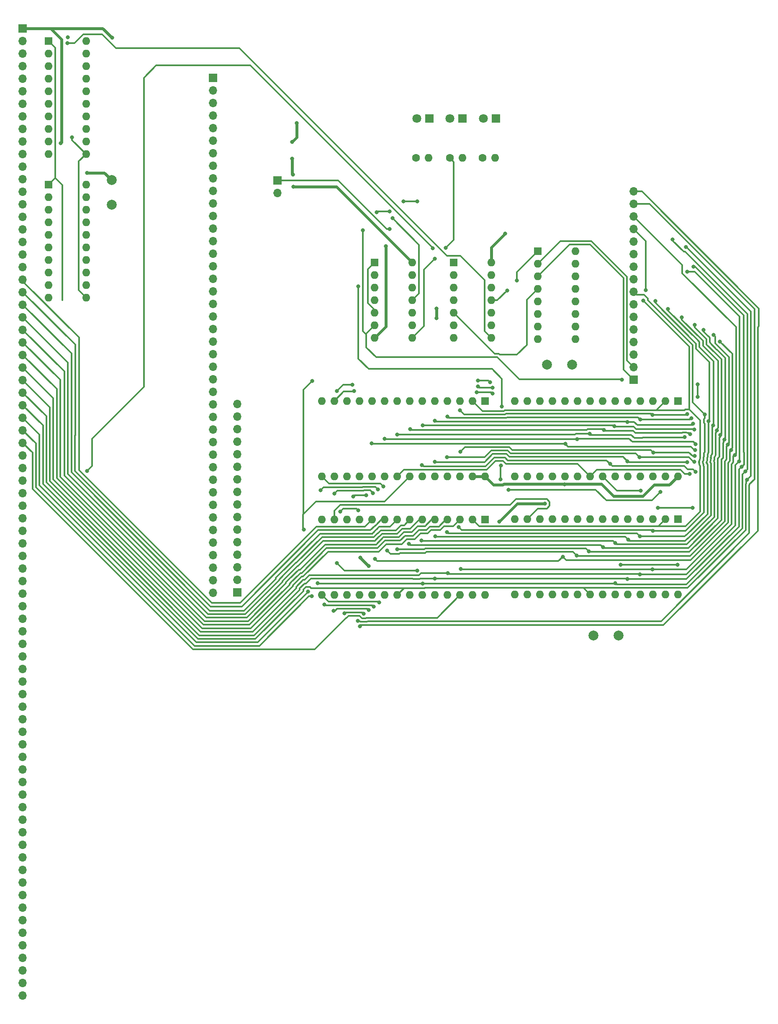
<source format=gbr>
%TF.GenerationSoftware,KiCad,Pcbnew,6.0.1-79c1e3a40b~116~ubuntu21.10.1*%
%TF.CreationDate,2022-02-14T17:54:14+01:00*%
%TF.ProjectId,memory,6d656d6f-7279-42e6-9b69-6361645f7063,v.3*%
%TF.SameCoordinates,Original*%
%TF.FileFunction,Copper,L2,Bot*%
%TF.FilePolarity,Positive*%
%FSLAX46Y46*%
G04 Gerber Fmt 4.6, Leading zero omitted, Abs format (unit mm)*
G04 Created by KiCad (PCBNEW 6.0.1-79c1e3a40b~116~ubuntu21.10.1) date 2022-02-14 17:54:14*
%MOMM*%
%LPD*%
G01*
G04 APERTURE LIST*
%TA.AperFunction,ComponentPad*%
%ADD10R,1.600000X1.600000*%
%TD*%
%TA.AperFunction,ComponentPad*%
%ADD11O,1.600000X1.600000*%
%TD*%
%TA.AperFunction,ComponentPad*%
%ADD12C,1.600000*%
%TD*%
%TA.AperFunction,ComponentPad*%
%ADD13R,1.800000X1.800000*%
%TD*%
%TA.AperFunction,ComponentPad*%
%ADD14C,1.800000*%
%TD*%
%TA.AperFunction,ComponentPad*%
%ADD15R,1.700000X1.700000*%
%TD*%
%TA.AperFunction,ComponentPad*%
%ADD16O,1.700000X1.700000*%
%TD*%
%TA.AperFunction,ComponentPad*%
%ADD17C,2.000000*%
%TD*%
%TA.AperFunction,ViaPad*%
%ADD18C,0.800000*%
%TD*%
%TA.AperFunction,Conductor*%
%ADD19C,0.600000*%
%TD*%
%TA.AperFunction,Conductor*%
%ADD20C,0.300000*%
%TD*%
G04 APERTURE END LIST*
D10*
%TO.P,U9,1,A14*%
%TO.N,GND*%
X118525000Y-95375000D03*
D11*
%TO.P,U9,2,A12*%
%TO.N,/Addr12*%
X115985000Y-95375000D03*
%TO.P,U9,3,A7*%
%TO.N,/Addr7*%
X113445000Y-95375000D03*
%TO.P,U9,4,A6*%
%TO.N,/Addr6*%
X110905000Y-95375000D03*
%TO.P,U9,5,A5*%
%TO.N,/Addr5*%
X108365000Y-95375000D03*
%TO.P,U9,6,A4*%
%TO.N,/Addr4*%
X105825000Y-95375000D03*
%TO.P,U9,7,A3*%
%TO.N,/Addr3*%
X103285000Y-95375000D03*
%TO.P,U9,8,A2*%
%TO.N,/Addr2*%
X100745000Y-95375000D03*
%TO.P,U9,9,A1*%
%TO.N,/Addr1*%
X98205000Y-95375000D03*
%TO.P,U9,10,A0*%
%TO.N,/Addr0*%
X95665000Y-95375000D03*
%TO.P,U9,11,D0*%
%TO.N,/Data0*%
X93125000Y-95375000D03*
%TO.P,U9,12,D1*%
%TO.N,/Data1*%
X90585000Y-95375000D03*
%TO.P,U9,13,D2*%
%TO.N,/Data2*%
X88045000Y-95375000D03*
%TO.P,U9,14,GND*%
%TO.N,GND*%
X85505000Y-95375000D03*
%TO.P,U9,15,D3*%
%TO.N,/Data3*%
X85505000Y-110615000D03*
%TO.P,U9,16,D4*%
%TO.N,/Data4*%
X88045000Y-110615000D03*
%TO.P,U9,17,D5*%
%TO.N,/Data5*%
X90585000Y-110615000D03*
%TO.P,U9,18,D6*%
%TO.N,/Data6*%
X93125000Y-110615000D03*
%TO.P,U9,19,D7*%
%TO.N,/Data7*%
X95665000Y-110615000D03*
%TO.P,U9,20,~{CS}*%
%TO.N,GND*%
X98205000Y-110615000D03*
%TO.P,U9,21,A10*%
%TO.N,/Addr10*%
X100745000Y-110615000D03*
%TO.P,U9,22,~{OE}*%
%TO.N,/RE_ROM*%
X103285000Y-110615000D03*
%TO.P,U9,23,A11*%
%TO.N,/Addr11*%
X105825000Y-110615000D03*
%TO.P,U9,24,A9*%
%TO.N,/Addr9*%
X108365000Y-110615000D03*
%TO.P,U9,25,A8*%
%TO.N,/Addr8*%
X110905000Y-110615000D03*
%TO.P,U9,26,A13*%
%TO.N,/Addr13*%
X113445000Y-110615000D03*
%TO.P,U9,27,~{WE}*%
%TO.N,+5V*%
X115985000Y-110615000D03*
%TO.P,U9,28,VCC*%
X118525000Y-110615000D03*
%TD*%
D10*
%TO.P,U10,1,A14*%
%TO.N,GND*%
X157525000Y-95375000D03*
D11*
%TO.P,U10,2,A12*%
%TO.N,/Addr12*%
X154985000Y-95375000D03*
%TO.P,U10,3,A7*%
%TO.N,/Addr7*%
X152445000Y-95375000D03*
%TO.P,U10,4,A6*%
%TO.N,/Addr6*%
X149905000Y-95375000D03*
%TO.P,U10,5,A5*%
%TO.N,/Addr5*%
X147365000Y-95375000D03*
%TO.P,U10,6,A4*%
%TO.N,/Addr4*%
X144825000Y-95375000D03*
%TO.P,U10,7,A3*%
%TO.N,/Addr3*%
X142285000Y-95375000D03*
%TO.P,U10,8,A2*%
%TO.N,/Addr2*%
X139745000Y-95375000D03*
%TO.P,U10,9,A1*%
%TO.N,/Addr1*%
X137205000Y-95375000D03*
%TO.P,U10,10,A0*%
%TO.N,/Addr0*%
X134665000Y-95375000D03*
%TO.P,U10,11,DQ0*%
%TO.N,/Data0*%
X132125000Y-95375000D03*
%TO.P,U10,12,DQ1*%
%TO.N,/Data1*%
X129585000Y-95375000D03*
%TO.P,U10,13,DQ2*%
%TO.N,/Data2*%
X127045000Y-95375000D03*
%TO.P,U10,14,Vss*%
%TO.N,GND*%
X124505000Y-95375000D03*
%TO.P,U10,15,DQ3*%
%TO.N,/Data3*%
X124505000Y-110615000D03*
%TO.P,U10,16,DQ4*%
%TO.N,/Data4*%
X127045000Y-110615000D03*
%TO.P,U10,17,DQ5*%
%TO.N,/Data5*%
X129585000Y-110615000D03*
%TO.P,U10,18,DQ6*%
%TO.N,/Data6*%
X132125000Y-110615000D03*
%TO.P,U10,19,DQ7*%
%TO.N,/Data7*%
X134665000Y-110615000D03*
%TO.P,U10,20,~{CE}*%
%TO.N,GND*%
X137205000Y-110615000D03*
%TO.P,U10,21,A10*%
%TO.N,/Addr10*%
X139745000Y-110615000D03*
%TO.P,U10,22,~{OE}*%
%TO.N,/RE_RAM*%
X142285000Y-110615000D03*
%TO.P,U10,23,A11*%
%TO.N,/Addr11*%
X144825000Y-110615000D03*
%TO.P,U10,24,A9*%
%TO.N,/Addr9*%
X147365000Y-110615000D03*
%TO.P,U10,25,A8*%
%TO.N,/Addr8*%
X149905000Y-110615000D03*
%TO.P,U10,26,A13*%
%TO.N,/Addr13*%
X152445000Y-110615000D03*
%TO.P,U10,27,~{WE}*%
%TO.N,/WE_RAM*%
X154985000Y-110615000D03*
%TO.P,U10,28,Vcc*%
%TO.N,+5V*%
X157525000Y-110615000D03*
%TD*%
D12*
%TO.P,R2,1*%
%TO.N,/RE_ROM*%
X111400000Y-46200000D03*
D11*
%TO.P,R2,2*%
%TO.N,Net-(D2-Pad2)*%
X113940000Y-46200000D03*
%TD*%
D10*
%TO.P,U3,1,E*%
%TO.N,Net-(U1-Pad11)*%
X129200000Y-65100000D03*
D11*
%TO.P,U3,2,A0*%
%TO.N,/Addr1*%
X129200000Y-67640000D03*
%TO.P,U3,3,A1*%
%TO.N,/Addr0*%
X129200000Y-70180000D03*
%TO.P,U3,4,O0*%
%TO.N,Net-(U1-Pad4)*%
X129200000Y-72720000D03*
%TO.P,U3,5,O1*%
%TO.N,Net-(U1-Pad1)*%
X129200000Y-75260000D03*
%TO.P,U3,6,O2*%
%TO.N,unconnected-(U3-Pad6)*%
X129200000Y-77800000D03*
%TO.P,U3,7,O3*%
%TO.N,unconnected-(U3-Pad7)*%
X129200000Y-80340000D03*
%TO.P,U3,8,GND*%
%TO.N,GND*%
X129200000Y-82880000D03*
%TO.P,U3,9*%
%TO.N,N/C*%
X136820000Y-82880000D03*
%TO.P,U3,10*%
X136820000Y-80340000D03*
%TO.P,U3,11*%
X136820000Y-77800000D03*
%TO.P,U3,12*%
X136820000Y-75260000D03*
%TO.P,U3,13*%
X136820000Y-72720000D03*
%TO.P,U3,14*%
X136820000Y-70180000D03*
%TO.P,U3,15*%
X136820000Y-67640000D03*
%TO.P,U3,16,VCC*%
%TO.N,+5V*%
X136820000Y-65100000D03*
%TD*%
D13*
%TO.P,D1,1,K*%
%TO.N,GND*%
X107275000Y-38200000D03*
D14*
%TO.P,D1,2,A*%
%TO.N,Net-(D1-Pad2)*%
X104735000Y-38200000D03*
%TD*%
D12*
%TO.P,R1,1*%
%TO.N,Net-(U2-Pad11)*%
X104600000Y-46200000D03*
D11*
%TO.P,R1,2*%
%TO.N,Net-(D1-Pad2)*%
X107140000Y-46200000D03*
%TD*%
D13*
%TO.P,D3,1,K*%
%TO.N,GND*%
X120750000Y-38200000D03*
D14*
%TO.P,D3,2,A*%
%TO.N,Net-(D3-Pad2)*%
X118210000Y-38200000D03*
%TD*%
D15*
%TO.P,J4,1,Pin_1*%
%TO.N,/Data15*%
X68400000Y-134050000D03*
D16*
%TO.P,J4,2,Pin_2*%
%TO.N,/Data14*%
X68400000Y-131510000D03*
%TO.P,J4,3,Pin_3*%
%TO.N,/Data13*%
X68400000Y-128970000D03*
%TO.P,J4,4,Pin_4*%
%TO.N,/Data12*%
X68400000Y-126430000D03*
%TO.P,J4,5,Pin_5*%
%TO.N,/Data11*%
X68400000Y-123890000D03*
%TO.P,J4,6,Pin_6*%
%TO.N,/Data10*%
X68400000Y-121350000D03*
%TO.P,J4,7,Pin_7*%
%TO.N,/Data9*%
X68400000Y-118810000D03*
%TO.P,J4,8,Pin_8*%
%TO.N,/Data8*%
X68400000Y-116270000D03*
%TO.P,J4,9,Pin_9*%
%TO.N,/Data7*%
X68400000Y-113730000D03*
%TO.P,J4,10,Pin_10*%
%TO.N,/Data6*%
X68400000Y-111190000D03*
%TO.P,J4,11,Pin_11*%
%TO.N,/Data5*%
X68400000Y-108650000D03*
%TO.P,J4,12,Pin_12*%
%TO.N,/Data4*%
X68400000Y-106110000D03*
%TO.P,J4,13,Pin_13*%
%TO.N,/Data3*%
X68400000Y-103570000D03*
%TO.P,J4,14,Pin_14*%
%TO.N,/Data2*%
X68400000Y-101030000D03*
%TO.P,J4,15,Pin_15*%
%TO.N,/Data1*%
X68400000Y-98490000D03*
%TO.P,J4,16,Pin_16*%
%TO.N,/Data0*%
X68400000Y-95950000D03*
%TD*%
D12*
%TO.P,R3,1*%
%TO.N,/RE_RAM*%
X118000000Y-46200000D03*
D11*
%TO.P,R3,2*%
%TO.N,Net-(D3-Pad2)*%
X120540000Y-46200000D03*
%TD*%
D13*
%TO.P,D2,1,K*%
%TO.N,GND*%
X114000000Y-38200000D03*
D14*
%TO.P,D2,2,A*%
%TO.N,Net-(D2-Pad2)*%
X111460000Y-38200000D03*
%TD*%
D17*
%TO.P,C1,1*%
%TO.N,+5V*%
X43000000Y-55700000D03*
%TO.P,C1,2*%
%TO.N,GND*%
X43000000Y-50700000D03*
%TD*%
D15*
%TO.P,J3,1,Pin_1*%
%TO.N,/Addr0*%
X148620000Y-91090000D03*
D16*
%TO.P,J3,2,Pin_2*%
%TO.N,/Addr1*%
X148620000Y-88550000D03*
%TO.P,J3,3,Pin_3*%
%TO.N,/Addr2*%
X148620000Y-86010000D03*
%TO.P,J3,4,Pin_4*%
%TO.N,/Addr3*%
X148620000Y-83470000D03*
%TO.P,J3,5,Pin_5*%
%TO.N,/Addr4*%
X148620000Y-80930000D03*
%TO.P,J3,6,Pin_6*%
%TO.N,/Addr5*%
X148620000Y-78390000D03*
%TO.P,J3,7,Pin_7*%
%TO.N,/Addr6*%
X148620000Y-75850000D03*
%TO.P,J3,8,Pin_8*%
%TO.N,/Addr7*%
X148620000Y-73310000D03*
%TO.P,J3,9,Pin_9*%
%TO.N,/Addr8*%
X148620000Y-70770000D03*
%TO.P,J3,10,Pin_10*%
%TO.N,/Addr9*%
X148620000Y-68230000D03*
%TO.P,J3,11,Pin_11*%
%TO.N,/Addr10*%
X148620000Y-65690000D03*
%TO.P,J3,12,Pin_12*%
%TO.N,/Addr11*%
X148620000Y-63150000D03*
%TO.P,J3,13,Pin_13*%
%TO.N,/Addr12*%
X148620000Y-60610000D03*
%TO.P,J3,14,Pin_14*%
%TO.N,/Addr13*%
X148620000Y-58070000D03*
%TO.P,J3,15,Pin_15*%
%TO.N,/Addr14*%
X148620000Y-55530000D03*
%TO.P,J3,16,Pin_16*%
%TO.N,/Addr15*%
X148620000Y-52990000D03*
%TD*%
D10*
%TO.P,U2,1*%
%TO.N,Net-(U1-Pad3)*%
X96200000Y-67375000D03*
D11*
%TO.P,U2,2*%
%TO.N,/WE_F*%
X96200000Y-69915000D03*
%TO.P,U2,3*%
%TO.N,/WE_RAM*%
X96200000Y-72455000D03*
%TO.P,U2,4*%
%TO.N,/RE*%
X96200000Y-74995000D03*
%TO.P,U2,5*%
%TO.N,Net-(U1-Pad3)*%
X96200000Y-77535000D03*
%TO.P,U2,6*%
%TO.N,/RE_RAM*%
X96200000Y-80075000D03*
%TO.P,U2,7,GND*%
%TO.N,+5V*%
X96200000Y-82615000D03*
%TO.P,U2,8*%
%TO.N,/RE_ROM*%
X103820000Y-82615000D03*
%TO.P,U2,9*%
%TO.N,/RE*%
X103820000Y-80075000D03*
%TO.P,U2,10*%
%TO.N,Net-(U1-Pad6)*%
X103820000Y-77535000D03*
%TO.P,U2,11*%
%TO.N,Net-(U2-Pad11)*%
X103820000Y-74995000D03*
%TO.P,U2,12*%
%TO.N,Net-(U1-Pad3)*%
X103820000Y-72455000D03*
%TO.P,U2,13*%
%TO.N,/WE*%
X103820000Y-69915000D03*
%TO.P,U2,14,VCC*%
%TO.N,GND*%
X103820000Y-67375000D03*
%TD*%
D10*
%TO.P,U12,1,A14*%
%TO.N,GND*%
X157525000Y-119275000D03*
D11*
%TO.P,U12,2,A12*%
%TO.N,/Addr12*%
X154985000Y-119275000D03*
%TO.P,U12,3,A7*%
%TO.N,/Addr7*%
X152445000Y-119275000D03*
%TO.P,U12,4,A6*%
%TO.N,/Addr6*%
X149905000Y-119275000D03*
%TO.P,U12,5,A5*%
%TO.N,/Addr5*%
X147365000Y-119275000D03*
%TO.P,U12,6,A4*%
%TO.N,/Addr4*%
X144825000Y-119275000D03*
%TO.P,U12,7,A3*%
%TO.N,/Addr3*%
X142285000Y-119275000D03*
%TO.P,U12,8,A2*%
%TO.N,/Addr2*%
X139745000Y-119275000D03*
%TO.P,U12,9,A1*%
%TO.N,/Addr1*%
X137205000Y-119275000D03*
%TO.P,U12,10,A0*%
%TO.N,/Addr0*%
X134665000Y-119275000D03*
%TO.P,U12,11,DQ0*%
%TO.N,/Data8*%
X132125000Y-119275000D03*
%TO.P,U12,12,DQ1*%
%TO.N,/Data9*%
X129585000Y-119275000D03*
%TO.P,U12,13,DQ2*%
%TO.N,/Data10*%
X127045000Y-119275000D03*
%TO.P,U12,14,Vss*%
%TO.N,GND*%
X124505000Y-119275000D03*
%TO.P,U12,15,DQ3*%
%TO.N,/Data11*%
X124505000Y-134515000D03*
%TO.P,U12,16,DQ4*%
%TO.N,/Data12*%
X127045000Y-134515000D03*
%TO.P,U12,17,DQ5*%
%TO.N,/Data13*%
X129585000Y-134515000D03*
%TO.P,U12,18,DQ6*%
%TO.N,/Data14*%
X132125000Y-134515000D03*
%TO.P,U12,19,DQ7*%
%TO.N,/Data15*%
X134665000Y-134515000D03*
%TO.P,U12,20,~{CE}*%
%TO.N,GND*%
X137205000Y-134515000D03*
%TO.P,U12,21,A10*%
%TO.N,/Addr10*%
X139745000Y-134515000D03*
%TO.P,U12,22,~{OE}*%
%TO.N,/RE_RAM*%
X142285000Y-134515000D03*
%TO.P,U12,23,A11*%
%TO.N,/Addr11*%
X144825000Y-134515000D03*
%TO.P,U12,24,A9*%
%TO.N,/Addr9*%
X147365000Y-134515000D03*
%TO.P,U12,25,A8*%
%TO.N,/Addr8*%
X149905000Y-134515000D03*
%TO.P,U12,26,A13*%
%TO.N,/Addr13*%
X152445000Y-134515000D03*
%TO.P,U12,27,~{WE}*%
%TO.N,/WE_RAM*%
X154985000Y-134515000D03*
%TO.P,U12,28,Vcc*%
%TO.N,+5V*%
X157525000Y-134515000D03*
%TD*%
D15*
%TO.P,J2,1,Pin_1*%
%TO.N,/WE*%
X76530000Y-50770000D03*
D16*
%TO.P,J2,2,Pin_2*%
%TO.N,/RE*%
X76530000Y-53310000D03*
%TD*%
D17*
%TO.P,C2,1*%
%TO.N,+5V*%
X140500000Y-142800000D03*
%TO.P,C2,2*%
%TO.N,GND*%
X145500000Y-142800000D03*
%TD*%
%TO.P,C3,1*%
%TO.N,+5V*%
X131100000Y-88000000D03*
%TO.P,C3,2*%
%TO.N,GND*%
X136100000Y-88000000D03*
%TD*%
D15*
%TO.P,J1,1,GND*%
%TO.N,GND*%
X25000000Y-20000000D03*
D16*
%TO.P,J1,2,Vcc*%
%TO.N,+5V*%
X25000000Y-22540000D03*
%TO.P,J1,3,CLK_R*%
%TO.N,/CLK_R*%
X25000000Y-25080000D03*
%TO.P,J1,4,CLK_F*%
%TO.N,unconnected-(J1-Pad4)*%
X25000000Y-27620000D03*
%TO.P,J1,5,BUS1:0*%
%TO.N,/Bus_D0*%
X25000000Y-30160000D03*
%TO.P,J1,6,BUS1:1*%
%TO.N,/Bus_D1*%
X25000000Y-32700000D03*
%TO.P,J1,7,BUS1:2*%
%TO.N,/Bus_D2*%
X25000000Y-35240000D03*
%TO.P,J1,8,BUS1:3*%
%TO.N,/Bus_D3*%
X25000000Y-37780000D03*
%TO.P,J1,9,BUS1:4*%
%TO.N,/Bus_D4*%
X25000000Y-40320000D03*
%TO.P,J1,10,BUS1:5*%
%TO.N,/Bus_D5*%
X25000000Y-42860000D03*
%TO.P,J1,11,BUS1:6*%
%TO.N,/Bus_D6*%
X25000000Y-45400000D03*
%TO.P,J1,12,BUS1:7*%
%TO.N,/Bus_D7*%
X25000000Y-47940000D03*
%TO.P,J1,13,BUS1:8*%
%TO.N,/Bus_D8*%
X25000000Y-50480000D03*
%TO.P,J1,14,BUS1:9*%
%TO.N,/Bus_D9*%
X25000000Y-53020000D03*
%TO.P,J1,15,BUS1:A*%
%TO.N,/Bus_D10*%
X25000000Y-55560000D03*
%TO.P,J1,16,BUS1:B*%
%TO.N,/Bus_D11*%
X25000000Y-58100000D03*
%TO.P,J1,17,BUS1:C*%
%TO.N,/Bus_D12*%
X25000000Y-60640000D03*
%TO.P,J1,18,BUS1:D*%
%TO.N,/Bus_D13*%
X25000000Y-63180000D03*
%TO.P,J1,19,BUS1:E*%
%TO.N,/Bus_D14*%
X25000000Y-65720000D03*
%TO.P,J1,20,BUS1:F*%
%TO.N,/Bus_D15*%
X25000000Y-68260000D03*
%TO.P,J1,21,BUS2:0*%
%TO.N,/Addr0*%
X25000000Y-70800000D03*
%TO.P,J1,22,BUS2:1*%
%TO.N,/Addr1*%
X25000000Y-73340000D03*
%TO.P,J1,23,BUS2:2*%
%TO.N,/Addr2*%
X25000000Y-75880000D03*
%TO.P,J1,24,BUS2:3*%
%TO.N,/Addr3*%
X25000000Y-78420000D03*
%TO.P,J1,25,BUS2:4*%
%TO.N,/Addr4*%
X25000000Y-80960000D03*
%TO.P,J1,26,BUS2:5*%
%TO.N,/Addr5*%
X25000000Y-83500000D03*
%TO.P,J1,27,BUS2:6*%
%TO.N,/Addr6*%
X25000000Y-86040000D03*
%TO.P,J1,28,BUS2:7*%
%TO.N,/Addr7*%
X25000000Y-88580000D03*
%TO.P,J1,29,BUS2:8*%
%TO.N,/Addr8*%
X25000000Y-91120000D03*
%TO.P,J1,30,BUS2:9*%
%TO.N,/Addr9*%
X25000000Y-93660000D03*
%TO.P,J1,31,BUS2:A*%
%TO.N,/Addr10*%
X25000000Y-96200000D03*
%TO.P,J1,32,BUS2:B*%
%TO.N,/Addr11*%
X25000000Y-98740000D03*
%TO.P,J1,33,BUS2:C*%
%TO.N,/Addr12*%
X25000000Y-101280000D03*
%TO.P,J1,34,BUS2:D*%
%TO.N,/Addr13*%
X25000000Y-103820000D03*
%TO.P,J1,35,BUS2:E*%
%TO.N,/Addr14*%
X25000000Y-106360000D03*
%TO.P,J1,36,BUS2:F*%
%TO.N,/Addr15*%
X25000000Y-108900000D03*
%TO.P,J1,37*%
%TO.N,N/C*%
X25000000Y-111440000D03*
%TO.P,J1,38*%
X25000000Y-113980000D03*
%TO.P,J1,39*%
X25000000Y-116520000D03*
%TO.P,J1,40*%
X25000000Y-119060000D03*
%TO.P,J1,41*%
X25000000Y-121600000D03*
%TO.P,J1,42*%
X25000000Y-124140000D03*
%TO.P,J1,43*%
X25000000Y-126680000D03*
%TO.P,J1,44*%
X25000000Y-129220000D03*
%TO.P,J1,45*%
X25000000Y-131760000D03*
%TO.P,J1,46*%
X25000000Y-134300000D03*
%TO.P,J1,47*%
X25000000Y-136840000D03*
%TO.P,J1,48*%
X25000000Y-139380000D03*
%TO.P,J1,49*%
X25000000Y-141920000D03*
%TO.P,J1,50*%
X25000000Y-144460000D03*
%TO.P,J1,51*%
X25000000Y-147000000D03*
%TO.P,J1,52*%
X25000000Y-149540000D03*
%TO.P,J1,53*%
X25000000Y-152080000D03*
%TO.P,J1,54*%
X25000000Y-154620000D03*
%TO.P,J1,55*%
X25000000Y-157160000D03*
%TO.P,J1,56*%
X25000000Y-159700000D03*
%TO.P,J1,57*%
X25000000Y-162240000D03*
%TO.P,J1,58*%
X25000000Y-164780000D03*
%TO.P,J1,59*%
X25000000Y-167320000D03*
%TO.P,J1,60*%
X25000000Y-169860000D03*
%TO.P,J1,61*%
X25000000Y-172400000D03*
%TO.P,J1,62*%
X25000000Y-174940000D03*
%TO.P,J1,63*%
X25000000Y-177480000D03*
%TO.P,J1,64*%
X25000000Y-180020000D03*
%TO.P,J1,65,Sup*%
%TO.N,/SUP*%
X25000000Y-182560000D03*
%TO.P,J1,66,Set_Sup*%
%TO.N,unconnected-(J1-Pad66)*%
X25000000Y-185100000D03*
%TO.P,J1,67,Reset_Sup*%
%TO.N,unconnected-(J1-Pad67)*%
X25000000Y-187640000D03*
%TO.P,J1,68*%
%TO.N,N/C*%
X25000000Y-190180000D03*
%TO.P,J1,69*%
X25000000Y-192720000D03*
%TO.P,J1,70*%
X25000000Y-195260000D03*
%TO.P,J1,71*%
X25000000Y-197800000D03*
%TO.P,J1,72*%
X25000000Y-200340000D03*
%TO.P,J1,73*%
X25000000Y-202880000D03*
%TO.P,J1,74*%
X25000000Y-205420000D03*
%TO.P,J1,75*%
X25000000Y-207960000D03*
%TO.P,J1,76*%
X25000000Y-210500000D03*
%TO.P,J1,77*%
X25000000Y-213040000D03*
%TO.P,J1,78*%
X25000000Y-215580000D03*
%TD*%
D10*
%TO.P,U1,1*%
%TO.N,Net-(U1-Pad1)*%
X112200000Y-67375000D03*
D11*
%TO.P,U1,2*%
X112200000Y-69915000D03*
%TO.P,U1,3*%
%TO.N,Net-(U1-Pad3)*%
X112200000Y-72455000D03*
%TO.P,U1,4*%
%TO.N,Net-(U1-Pad4)*%
X112200000Y-74995000D03*
%TO.P,U1,5*%
X112200000Y-77535000D03*
%TO.P,U1,6*%
%TO.N,Net-(U1-Pad6)*%
X112200000Y-80075000D03*
%TO.P,U1,7,GND*%
%TO.N,GND*%
X112200000Y-82615000D03*
%TO.P,U1,8*%
%TO.N,/~{WE}*%
X119820000Y-82615000D03*
%TO.P,U1,9*%
%TO.N,/WE*%
X119820000Y-80075000D03*
%TO.P,U1,10*%
X119820000Y-77535000D03*
%TO.P,U1,11*%
%TO.N,Net-(U1-Pad11)*%
X119820000Y-74995000D03*
%TO.P,U1,12*%
%TO.N,/SUP*%
X119820000Y-72455000D03*
%TO.P,U1,13*%
X119820000Y-69915000D03*
%TO.P,U1,14,VCC*%
%TO.N,+5V*%
X119820000Y-67375000D03*
%TD*%
D10*
%TO.P,U11,1,A14*%
%TO.N,GND*%
X118525000Y-119375000D03*
D11*
%TO.P,U11,2,A12*%
%TO.N,/Addr12*%
X115985000Y-119375000D03*
%TO.P,U11,3,A7*%
%TO.N,/Addr7*%
X113445000Y-119375000D03*
%TO.P,U11,4,A6*%
%TO.N,/Addr6*%
X110905000Y-119375000D03*
%TO.P,U11,5,A5*%
%TO.N,/Addr5*%
X108365000Y-119375000D03*
%TO.P,U11,6,A4*%
%TO.N,/Addr4*%
X105825000Y-119375000D03*
%TO.P,U11,7,A3*%
%TO.N,/Addr3*%
X103285000Y-119375000D03*
%TO.P,U11,8,A2*%
%TO.N,/Addr2*%
X100745000Y-119375000D03*
%TO.P,U11,9,A1*%
%TO.N,/Addr1*%
X98205000Y-119375000D03*
%TO.P,U11,10,A0*%
%TO.N,/Addr0*%
X95665000Y-119375000D03*
%TO.P,U11,11,D0*%
%TO.N,/Data8*%
X93125000Y-119375000D03*
%TO.P,U11,12,D1*%
%TO.N,/Data9*%
X90585000Y-119375000D03*
%TO.P,U11,13,D2*%
%TO.N,/Data10*%
X88045000Y-119375000D03*
%TO.P,U11,14,GND*%
%TO.N,GND*%
X85505000Y-119375000D03*
%TO.P,U11,15,D3*%
%TO.N,/Data11*%
X85505000Y-134615000D03*
%TO.P,U11,16,D4*%
%TO.N,/Data12*%
X88045000Y-134615000D03*
%TO.P,U11,17,D5*%
%TO.N,/Data13*%
X90585000Y-134615000D03*
%TO.P,U11,18,D6*%
%TO.N,/Data14*%
X93125000Y-134615000D03*
%TO.P,U11,19,D7*%
%TO.N,/Data15*%
X95665000Y-134615000D03*
%TO.P,U11,20,~{CS}*%
%TO.N,GND*%
X98205000Y-134615000D03*
%TO.P,U11,21,A10*%
%TO.N,/Addr10*%
X100745000Y-134615000D03*
%TO.P,U11,22,~{OE}*%
%TO.N,/RE_ROM*%
X103285000Y-134615000D03*
%TO.P,U11,23,A11*%
%TO.N,/Addr11*%
X105825000Y-134615000D03*
%TO.P,U11,24,A9*%
%TO.N,/Addr9*%
X108365000Y-134615000D03*
%TO.P,U11,25,A8*%
%TO.N,/Addr8*%
X110905000Y-134615000D03*
%TO.P,U11,26,A13*%
%TO.N,/Addr13*%
X113445000Y-134615000D03*
%TO.P,U11,27,~{WE}*%
%TO.N,+5V*%
X115985000Y-134615000D03*
%TO.P,U11,28,VCC*%
X118525000Y-134615000D03*
%TD*%
D10*
%TO.P,U5,1,~{OE}*%
%TO.N,/~{WE}*%
X30200000Y-22560000D03*
D11*
%TO.P,U5,2,1D*%
%TO.N,/Bus_D0*%
X30200000Y-25100000D03*
%TO.P,U5,3,2D*%
%TO.N,/Bus_D1*%
X30200000Y-27640000D03*
%TO.P,U5,4,3D*%
%TO.N,/Bus_D2*%
X30200000Y-30180000D03*
%TO.P,U5,5,4D*%
%TO.N,/Bus_D3*%
X30200000Y-32720000D03*
%TO.P,U5,6,5D*%
%TO.N,/Bus_D4*%
X30200000Y-35260000D03*
%TO.P,U5,7,6D*%
%TO.N,/Bus_D5*%
X30200000Y-37800000D03*
%TO.P,U5,8,7D*%
%TO.N,/Bus_D6*%
X30200000Y-40340000D03*
%TO.P,U5,9,8D*%
%TO.N,/Bus_D7*%
X30200000Y-42880000D03*
%TO.P,U5,10,GND*%
%TO.N,GND*%
X30200000Y-45420000D03*
%TO.P,U5,11,LE*%
%TO.N,/CLK_R*%
X37820000Y-45420000D03*
%TO.P,U5,12,8Q*%
%TO.N,/Data7*%
X37820000Y-42880000D03*
%TO.P,U5,13,7Q*%
%TO.N,/Data6*%
X37820000Y-40340000D03*
%TO.P,U5,14,6Q*%
%TO.N,/Data5*%
X37820000Y-37800000D03*
%TO.P,U5,15,5Q*%
%TO.N,/Data4*%
X37820000Y-35260000D03*
%TO.P,U5,16,4Q*%
%TO.N,/Data3*%
X37820000Y-32720000D03*
%TO.P,U5,17,3Q*%
%TO.N,/Data2*%
X37820000Y-30180000D03*
%TO.P,U5,18,2Q*%
%TO.N,/Data1*%
X37820000Y-27640000D03*
%TO.P,U5,19,1Q*%
%TO.N,/Data0*%
X37820000Y-25100000D03*
%TO.P,U5,20,VCC*%
%TO.N,+5V*%
X37820000Y-22560000D03*
%TD*%
D10*
%TO.P,U6,1,~{OE}*%
%TO.N,/~{WE}*%
X30200000Y-51575000D03*
D11*
%TO.P,U6,2,1D*%
%TO.N,/Bus_D8*%
X30200000Y-54115000D03*
%TO.P,U6,3,2D*%
%TO.N,/Bus_D9*%
X30200000Y-56655000D03*
%TO.P,U6,4,3D*%
%TO.N,/Bus_D10*%
X30200000Y-59195000D03*
%TO.P,U6,5,4D*%
%TO.N,/Bus_D11*%
X30200000Y-61735000D03*
%TO.P,U6,6,5D*%
%TO.N,/Bus_D12*%
X30200000Y-64275000D03*
%TO.P,U6,7,6D*%
%TO.N,/Bus_D13*%
X30200000Y-66815000D03*
%TO.P,U6,8,7D*%
%TO.N,/Bus_D14*%
X30200000Y-69355000D03*
%TO.P,U6,9,8D*%
%TO.N,/Bus_D15*%
X30200000Y-71895000D03*
%TO.P,U6,10,GND*%
%TO.N,GND*%
X30200000Y-74435000D03*
%TO.P,U6,11,LE*%
%TO.N,/CLK_R*%
X37820000Y-74435000D03*
%TO.P,U6,12,8Q*%
%TO.N,/Data15*%
X37820000Y-71895000D03*
%TO.P,U6,13,7Q*%
%TO.N,/Data14*%
X37820000Y-69355000D03*
%TO.P,U6,14,6Q*%
%TO.N,/Data13*%
X37820000Y-66815000D03*
%TO.P,U6,15,5Q*%
%TO.N,/Data12*%
X37820000Y-64275000D03*
%TO.P,U6,16,4Q*%
%TO.N,/Data11*%
X37820000Y-61735000D03*
%TO.P,U6,17,3Q*%
%TO.N,/Data10*%
X37820000Y-59195000D03*
%TO.P,U6,18,2Q*%
%TO.N,/Data9*%
X37820000Y-56655000D03*
%TO.P,U6,19,1Q*%
%TO.N,/Data8*%
X37820000Y-54115000D03*
%TO.P,U6,20,VCC*%
%TO.N,+5V*%
X37820000Y-51575000D03*
%TD*%
D15*
%TO.P,U4,1*%
%TO.N,N/C*%
X63500000Y-30000000D03*
D16*
%TO.P,U4,2*%
X63500000Y-32540000D03*
%TO.P,U4,3*%
X63500000Y-35080000D03*
%TO.P,U4,4*%
X63500000Y-37620000D03*
%TO.P,U4,5*%
X63500000Y-40160000D03*
%TO.P,U4,6*%
X63500000Y-42700000D03*
%TO.P,U4,7,WE_R*%
%TO.N,unconnected-(U4-Pad7)*%
X63500000Y-45240000D03*
%TO.P,U4,8,WE_F*%
%TO.N,/WE_F*%
X63500000Y-47780000D03*
%TO.P,U4,9,WE*%
%TO.N,/WE*%
X63500000Y-50320000D03*
%TO.P,U4,10,RE*%
%TO.N,/RE*%
X63500000Y-52860000D03*
%TO.P,U4,11*%
%TO.N,N/C*%
X63500000Y-55400000D03*
%TO.P,U4,12*%
X63500000Y-57940000D03*
%TO.P,U4,13*%
X63500000Y-60480000D03*
%TO.P,U4,14*%
X63500000Y-63020000D03*
%TO.P,U4,15*%
X63500000Y-65560000D03*
%TO.P,U4,16*%
X63500000Y-68100000D03*
%TO.P,U4,17*%
X63500000Y-70640000D03*
%TO.P,U4,18*%
X63500000Y-73180000D03*
%TO.P,U4,19*%
X63500000Y-75720000D03*
%TO.P,U4,20*%
X63500000Y-78260000D03*
%TO.P,U4,21*%
X63500000Y-80800000D03*
%TO.P,U4,22*%
X63500000Y-83340000D03*
%TO.P,U4,23*%
X63500000Y-85880000D03*
%TO.P,U4,24*%
X63500000Y-88420000D03*
%TO.P,U4,25*%
X63500000Y-90960000D03*
%TO.P,U4,26*%
X63500000Y-93500000D03*
%TO.P,U4,27,to_Bus0*%
%TO.N,/Data0*%
X63500000Y-96040000D03*
%TO.P,U4,28,to_Bus1*%
%TO.N,/Data1*%
X63500000Y-98580000D03*
%TO.P,U4,29,to_Bus2*%
%TO.N,/Data2*%
X63500000Y-101120000D03*
%TO.P,U4,30,to_Bus3*%
%TO.N,/Data3*%
X63500000Y-103660000D03*
%TO.P,U4,31,to_Bus4*%
%TO.N,/Data4*%
X63500000Y-106200000D03*
%TO.P,U4,32,to_Bus5*%
%TO.N,/Data5*%
X63500000Y-108740000D03*
%TO.P,U4,33,to_Bus6*%
%TO.N,/Data6*%
X63500000Y-111280000D03*
%TO.P,U4,34,to_Bus7*%
%TO.N,/Data7*%
X63500000Y-113820000D03*
%TO.P,U4,35,to_Bus8*%
%TO.N,/Data8*%
X63500000Y-116360000D03*
%TO.P,U4,36,to_Bus9*%
%TO.N,/Data9*%
X63500000Y-118900000D03*
%TO.P,U4,37,to_Bus10*%
%TO.N,/Data10*%
X63500000Y-121440000D03*
%TO.P,U4,38,to_Bus11*%
%TO.N,/Data11*%
X63500000Y-123980000D03*
%TO.P,U4,39,to_Bus12*%
%TO.N,/Data12*%
X63500000Y-126520000D03*
%TO.P,U4,40,to_Bus13*%
%TO.N,/Data13*%
X63500000Y-129060000D03*
%TO.P,U4,41,to_Bus14*%
%TO.N,/Data14*%
X63500000Y-131600000D03*
%TO.P,U4,42,to_Bus15*%
%TO.N,/Data15*%
X63500000Y-134140000D03*
%TD*%
D18*
%TO.N,GND*%
X79530000Y-46350000D03*
X38000000Y-49200000D03*
X43050000Y-21870000D03*
X79530000Y-42930978D03*
X79630000Y-49580000D03*
X94991101Y-128730500D03*
X79770000Y-52010000D03*
X108680000Y-78590000D03*
X108710000Y-76630000D03*
X32650000Y-43220000D03*
X93270000Y-127060000D03*
X80400000Y-39200000D03*
%TO.N,+5V*%
X134611175Y-112213597D03*
X122600000Y-61550000D03*
X98490000Y-64090000D03*
X121410000Y-119770000D03*
X130650000Y-116160000D03*
%TO.N,/CLK_R*%
X35000000Y-42000000D03*
%TO.N,unconnected-(J1-Pad4)*%
X34147096Y-21809551D03*
%TO.N,/Addr0*%
X96266547Y-127320351D03*
X168340500Y-105265318D03*
X95597464Y-103912536D03*
X134760000Y-104020000D03*
X161048967Y-105261314D03*
X134280000Y-126840000D03*
X166070000Y-83320000D03*
%TO.N,/Addr1*%
X137190000Y-103070500D03*
X137036166Y-126600500D03*
X164719952Y-81963565D03*
X98681148Y-125601648D03*
X161123694Y-104064141D03*
X167640989Y-104218332D03*
X98230000Y-102970500D03*
%TO.N,/Addr2*%
X100769307Y-125349500D03*
X139511860Y-125770500D03*
X158890000Y-102680500D03*
X162754542Y-80985458D03*
X100710000Y-102160500D03*
X166941478Y-103159032D03*
X139679916Y-102020500D03*
%TO.N,/Addr3*%
X103085636Y-124259500D03*
X142380000Y-124920500D03*
X160910000Y-79990000D03*
X103340000Y-101070000D03*
X166140500Y-102239216D03*
X142560578Y-101250500D03*
X160020000Y-102100000D03*
%TO.N,/Addr4*%
X165431035Y-101272021D03*
X144898972Y-124110500D03*
X160890000Y-101160000D03*
X105682290Y-123558752D03*
X158350000Y-78410000D03*
X105920000Y-100250000D03*
X144669848Y-100450500D03*
%TO.N,/Addr5*%
X108438540Y-122704257D03*
X147480000Y-123410500D03*
X164696340Y-100323849D03*
X108380000Y-99320000D03*
X147312332Y-99600500D03*
X155540656Y-76739344D03*
X160624795Y-99990183D03*
%TO.N,/Addr6*%
X110790000Y-121882945D03*
X149880000Y-122710989D03*
X152981027Y-75168973D03*
X163768609Y-99424668D03*
X160268951Y-98844678D03*
X149910000Y-99130000D03*
X110880000Y-98545500D03*
%TO.N,/Addr7*%
X159422946Y-97994336D03*
X113490000Y-97270000D03*
X113191885Y-120825319D03*
X152360000Y-98150000D03*
X162970598Y-98110000D03*
X152510000Y-121660000D03*
%TO.N,/Addr8*%
X149860000Y-130430500D03*
X169961478Y-107566122D03*
X160877828Y-107653820D03*
X149790000Y-106710000D03*
X110820000Y-106750000D03*
X111030000Y-130200000D03*
X159383271Y-69179500D03*
%TO.N,/Addr9*%
X160673602Y-68196398D03*
X147300000Y-131380000D03*
X170431971Y-108685448D03*
X108370000Y-107616476D03*
X108330000Y-131310000D03*
X159420000Y-107740000D03*
X147335356Y-107540989D03*
%TO.N,/Addr10*%
X159950000Y-110100000D03*
X171553846Y-111293357D03*
X159143973Y-64226027D03*
%TO.N,/Addr11*%
X84624103Y-132244603D03*
X105780000Y-108300000D03*
X105920000Y-132259500D03*
X144876163Y-132215989D03*
X156490000Y-62670000D03*
X171153601Y-109643601D03*
X143834711Y-108083680D03*
X161097511Y-109652955D03*
X82704746Y-133912950D03*
%TO.N,/Addr12*%
X150500000Y-75020000D03*
X151040000Y-72910000D03*
X83520000Y-134840000D03*
%TO.N,/Addr13*%
X160984849Y-106459101D03*
X113550000Y-105640000D03*
X169060500Y-106273284D03*
X152534239Y-105760500D03*
X152419483Y-129449500D03*
X113650000Y-129360000D03*
%TO.N,/Addr14*%
X92750000Y-139799500D03*
%TO.N,/Addr15*%
X93176642Y-140945829D03*
%TO.N,/WE*%
X99199001Y-60590000D03*
%TO.N,/Data14*%
X90121500Y-138328521D03*
X94005119Y-138358521D03*
%TO.N,/Data13*%
X87853932Y-137759010D03*
X95004849Y-137613522D03*
%TO.N,/Data12*%
X95980118Y-136914011D03*
X86049126Y-136501922D03*
%TO.N,/Data11*%
X97100000Y-136130000D03*
%TO.N,/Data9*%
X92860000Y-117510000D03*
X89254101Y-117728695D03*
%TO.N,/Data6*%
X91840000Y-114670500D03*
X94470224Y-114390500D03*
%TO.N,/Data5*%
X95880000Y-113980000D03*
X88060000Y-114110000D03*
%TO.N,/Data4*%
X96870000Y-113280000D03*
X85230000Y-113430000D03*
%TO.N,/Data3*%
X97930000Y-112630000D03*
%TO.N,/Data2*%
X120070000Y-93860000D03*
X116810000Y-93600000D03*
X92010000Y-93380000D03*
%TO.N,/Data1*%
X88535978Y-93325978D03*
X91662290Y-92062000D03*
X120048094Y-92660697D03*
X117097836Y-92435544D03*
%TO.N,/Data0*%
X117058159Y-91236698D03*
X119562682Y-91563800D03*
%TO.N,/~{WE}*%
X34000000Y-23000000D03*
%TO.N,Net-(U1-Pad11)*%
X125000000Y-71000000D03*
X123000000Y-73000000D03*
%TO.N,/SUP*%
X38000000Y-109500000D03*
X107957301Y-64484602D03*
%TO.N,/WE_RAM*%
X121650000Y-111240000D03*
X121910000Y-96450000D03*
X92850500Y-72184253D03*
X123240000Y-113310000D03*
X154030000Y-113740000D03*
X121780000Y-108430000D03*
%TO.N,/RE_RAM*%
X153500000Y-117000000D03*
X160500000Y-117000000D03*
X96600000Y-57200000D03*
X161500000Y-94500000D03*
X99200000Y-57000000D03*
X102000000Y-55000000D03*
X157500000Y-128500000D03*
X104800000Y-55000000D03*
X93800000Y-60800000D03*
X161500000Y-92000000D03*
X146183423Y-91091711D03*
X150000000Y-113500000D03*
X146000000Y-128500000D03*
%TO.N,/RE_ROM*%
X110559374Y-64386201D03*
X104790000Y-129680000D03*
X88580000Y-128160000D03*
X83530000Y-91290000D03*
X108400000Y-66600000D03*
X81880000Y-121400000D03*
%TO.N,Net-(U2-Pad11)*%
X99800000Y-58400000D03*
%TD*%
D19*
%TO.N,GND*%
X80400000Y-39200000D02*
X80400000Y-42060978D01*
X32840000Y-43030000D02*
X32840000Y-22200978D01*
X93270000Y-127060000D02*
X94940500Y-128730500D01*
X94940500Y-128730500D02*
X94991101Y-128730500D01*
X32650000Y-43220000D02*
X32840000Y-43030000D01*
X108680000Y-76660000D02*
X108710000Y-76630000D01*
X108680000Y-78590000D02*
X108680000Y-76660000D01*
X103820000Y-67375000D02*
X88455000Y-52010000D01*
X80400000Y-42060978D02*
X79530000Y-42930978D01*
X32840000Y-22200978D02*
X30639022Y-20000000D01*
X30639022Y-20000000D02*
X25000000Y-20000000D01*
X30639022Y-20000000D02*
X41180000Y-20000000D01*
X88455000Y-52010000D02*
X79770000Y-52010000D01*
X38000000Y-49200000D02*
X41500000Y-49200000D01*
X41180000Y-20000000D02*
X43050000Y-21870000D01*
X41500000Y-49200000D02*
X43000000Y-50700000D01*
X79530000Y-49480000D02*
X79630000Y-49580000D01*
X79530000Y-46350000D02*
X79530000Y-49480000D01*
%TO.N,+5V*%
X144544571Y-114599501D02*
X150455429Y-114599501D01*
X155790490Y-112349510D02*
X157525000Y-110615000D01*
X120249501Y-112339501D02*
X122105429Y-112339501D01*
X98490000Y-80325000D02*
X98490000Y-64090000D01*
X122308050Y-112136880D02*
X142081950Y-112136880D01*
X122105429Y-112339501D02*
X122308050Y-112136880D01*
X96200000Y-82615000D02*
X98490000Y-80325000D01*
X118525000Y-110615000D02*
X120249501Y-112339501D01*
X125020000Y-116160000D02*
X130650000Y-116160000D01*
X115985000Y-110615000D02*
X118525000Y-110615000D01*
X121410000Y-119770000D02*
X125020000Y-116160000D01*
X119820000Y-64330000D02*
X122600000Y-61550000D01*
X152705420Y-112349510D02*
X155790490Y-112349510D01*
X142081950Y-112136880D02*
X144544571Y-114599501D01*
X150455429Y-114599501D02*
X152705420Y-112349510D01*
X119820000Y-67375000D02*
X119820000Y-64330000D01*
D20*
%TO.N,/CLK_R*%
X35000000Y-42000000D02*
X35000000Y-42600000D01*
X37820000Y-74435000D02*
X36340000Y-72955000D01*
X36340000Y-46900000D02*
X37820000Y-45420000D01*
X36340000Y-72955000D02*
X36340000Y-46900000D01*
X35000000Y-42600000D02*
X37820000Y-45420000D01*
%TO.N,/Addr0*%
X168070978Y-107478107D02*
X168070979Y-105534839D01*
X160856292Y-105261314D02*
X161048967Y-105261314D01*
X146520978Y-70520978D02*
X146520978Y-88990978D01*
X167801473Y-107747611D02*
X167801473Y-107747607D01*
X168070979Y-105534839D02*
X168340500Y-105265318D01*
X133373602Y-127746398D02*
X96692594Y-127746398D01*
X168590489Y-85840489D02*
X168590489Y-104899511D01*
X139750489Y-63750489D02*
X146520978Y-70520978D01*
X36414058Y-101712881D02*
X36370818Y-101777740D01*
X160166988Y-104572010D02*
X160856292Y-105261314D01*
X168340500Y-105149500D02*
X168340500Y-105265318D01*
X167801469Y-107747615D02*
X167801473Y-107747611D01*
X36370818Y-82514316D02*
X36370818Y-101496674D01*
X167730979Y-119961248D02*
X167730980Y-107880504D01*
X25000000Y-70800000D02*
X25000000Y-71143498D01*
X63249748Y-136219748D02*
X68974997Y-136219748D01*
X36370818Y-101777740D02*
X36370818Y-109340817D01*
X168590489Y-104899511D02*
X168340500Y-105149500D01*
X129200000Y-70180000D02*
X135629511Y-63750489D01*
X167730980Y-107880504D02*
X167801469Y-107810015D01*
X134990000Y-127550000D02*
X160142227Y-127550000D01*
X166070000Y-83320000D02*
X168590489Y-85840489D01*
X134718998Y-103978998D02*
X95663926Y-103978998D01*
X94260000Y-120780000D02*
X95665000Y-119375000D01*
X96692594Y-127746398D02*
X96266547Y-127320351D01*
X134280000Y-126840000D02*
X133373602Y-127746398D01*
X134760000Y-104020000D02*
X134718998Y-103978998D01*
X36370818Y-109340817D02*
X63249748Y-136219748D01*
X167801469Y-107810015D02*
X167801469Y-107747615D01*
X68974997Y-136219748D02*
X84414745Y-120780000D01*
X167801473Y-107747607D02*
X168070978Y-107478107D01*
X135312010Y-104572010D02*
X160166988Y-104572010D01*
X160142227Y-127550000D02*
X167730979Y-119961248D01*
X95663926Y-103978998D02*
X95597464Y-103912536D01*
X134280000Y-126840000D02*
X134990000Y-127550000D01*
X146520978Y-88990978D02*
X148620000Y-91090000D01*
X134760000Y-104020000D02*
X135312010Y-104572010D01*
X36370818Y-101496674D02*
X36414058Y-101712881D01*
X25000000Y-71143498D02*
X36370818Y-82514316D01*
X135629511Y-63750489D02*
X139750489Y-63750489D01*
X84414745Y-120780000D02*
X94260000Y-120780000D01*
%TO.N,/Addr1*%
X167890979Y-86453777D02*
X165706703Y-84269501D01*
X137036166Y-126600500D02*
X136303741Y-125868075D01*
X137190000Y-103070500D02*
X137290500Y-102970000D01*
X160689553Y-103630000D02*
X161123694Y-104064141D01*
X165676703Y-84269501D02*
X165120499Y-83713297D01*
X95346693Y-121479520D02*
X96156885Y-120669328D01*
X137290500Y-102970000D02*
X147680000Y-102970000D01*
X106453359Y-126109001D02*
X101352604Y-126109001D01*
X167101966Y-107457852D02*
X167371467Y-107188356D01*
X35584836Y-102353101D02*
X35584836Y-109544093D01*
X167640989Y-104218332D02*
X167890979Y-103968342D01*
X167101962Y-107520264D02*
X167101962Y-107457861D01*
X147680000Y-102970000D02*
X148340000Y-103630000D01*
X133789022Y-63050978D02*
X140040237Y-63050979D01*
X101352604Y-126109001D02*
X101162604Y-126299001D01*
X137155666Y-126720000D02*
X159982969Y-126720000D01*
X134366703Y-103070499D02*
X137190000Y-103070500D01*
X96156885Y-120669328D02*
X96523707Y-120424782D01*
X167890979Y-103968342D02*
X167890979Y-86453777D01*
X165706703Y-84269501D02*
X165676703Y-84269501D01*
X167101962Y-107457861D02*
X167101966Y-107457857D01*
X35628068Y-83968068D02*
X35628068Y-102288253D01*
X25000000Y-73340000D02*
X35628068Y-83968068D01*
X147220489Y-87150489D02*
X148620000Y-88550000D01*
X84783296Y-121479520D02*
X95346693Y-121479520D01*
X137036166Y-126600500D02*
X137155666Y-126720000D01*
X69343557Y-136919259D02*
X84783296Y-121479520D01*
X167371467Y-107188356D02*
X167371469Y-104487852D01*
X97573489Y-119375000D02*
X98205000Y-119375000D01*
X167031470Y-107590756D02*
X167101962Y-107520264D01*
X106694285Y-125868075D02*
X106453359Y-126109001D01*
X99378501Y-126299001D02*
X98681148Y-125601648D01*
X35584836Y-109544093D02*
X62960002Y-136919259D01*
X101162604Y-126299001D02*
X99378501Y-126299001D01*
X165120499Y-83713297D02*
X165120499Y-82364112D01*
X140040237Y-63050979D02*
X147220489Y-70231231D01*
X129200000Y-67640000D02*
X133789022Y-63050978D01*
X147220489Y-70231231D02*
X147220489Y-87150489D01*
X98369500Y-103110000D02*
X134327202Y-103110000D01*
X148340000Y-103630000D02*
X160689553Y-103630000D01*
X167371469Y-104487852D02*
X167640989Y-104218332D01*
X96523707Y-120424782D02*
X97573489Y-119375000D01*
X134327202Y-103110000D02*
X134366703Y-103070499D01*
X62960002Y-136919259D02*
X69343557Y-136919259D01*
X159982969Y-126720000D02*
X167031468Y-119671501D01*
X167101966Y-107457857D02*
X167101966Y-107457852D01*
X136303741Y-125868075D02*
X106694285Y-125868075D01*
X98230000Y-102970500D02*
X98369500Y-103110000D01*
X35628068Y-102288253D02*
X35584836Y-102353101D01*
X165120499Y-82364112D02*
X164719952Y-81963565D01*
X167031468Y-119671501D02*
X167031470Y-107590756D01*
%TO.N,/Addr2*%
X159843711Y-125870000D02*
X166331957Y-119381754D01*
X164081202Y-83561445D02*
X164081200Y-83561442D01*
X167100000Y-103000510D02*
X167100000Y-86652056D01*
X95841962Y-122051747D02*
X95714678Y-122179031D01*
X96252469Y-121641230D02*
X96058564Y-121791065D01*
X163603553Y-82188007D02*
X162754542Y-81338996D01*
X136897202Y-102020500D02*
X139679916Y-102020500D01*
X96969352Y-120968394D02*
X96785986Y-121090637D01*
X96770705Y-121167041D02*
X96534129Y-121403617D01*
X139859416Y-102200000D02*
X139679916Y-102020500D01*
X95841962Y-122051744D02*
X95841962Y-122051747D01*
X138909923Y-125168563D02*
X106404534Y-125168563D01*
X163792681Y-82377135D02*
X163603565Y-82188007D01*
X148100000Y-102200000D02*
X139859416Y-102200000D01*
X164013419Y-83468035D02*
X164013391Y-83468007D01*
X166941478Y-103159032D02*
X167100000Y-103000510D01*
X76190672Y-131140216D02*
X76190672Y-131170158D01*
X97125315Y-120812431D02*
X96969352Y-120968394D01*
X76159169Y-131201661D02*
X76159168Y-131359347D01*
X69758524Y-137759991D02*
X62811475Y-137759990D01*
X150450000Y-102780000D02*
X150380000Y-102850000D01*
X165416957Y-84969012D02*
X165386955Y-84969011D01*
X166671956Y-106898605D02*
X166671956Y-103844567D01*
X96469677Y-121424022D02*
X96252469Y-121641230D01*
X164013337Y-83467873D02*
X164013337Y-83467835D01*
X139511860Y-125770500D02*
X138909923Y-125168563D01*
X164013317Y-82597785D02*
X164013306Y-82597774D01*
X164013306Y-82597760D02*
X163792681Y-82377135D01*
X158790500Y-102780000D02*
X150450000Y-102780000D01*
X34851380Y-109799895D02*
X34851380Y-85731380D01*
X34851380Y-85731380D02*
X25000000Y-75880000D01*
X164013337Y-83467835D02*
X164013310Y-83467808D01*
X139611360Y-125870000D02*
X159843711Y-125870000D01*
X99307570Y-120812430D02*
X97125315Y-120812431D01*
X96469687Y-121424022D02*
X96469677Y-121424022D01*
X164013391Y-83468007D02*
X164013391Y-83467967D01*
X96490092Y-121403617D02*
X96469687Y-121424022D01*
X164068475Y-83650531D02*
X164081202Y-83561445D01*
X165386955Y-84969011D02*
X164068475Y-83650531D01*
X164081200Y-83561442D02*
X164081200Y-83561439D01*
X158890000Y-102680500D02*
X158790500Y-102780000D01*
X166331957Y-107301015D02*
X166402459Y-107230513D01*
X100710000Y-102160500D02*
X136757202Y-102160500D01*
X106404534Y-125168563D02*
X106223597Y-125349500D01*
X166781960Y-103318550D02*
X166941478Y-103159032D01*
X164013308Y-82902710D02*
X164013317Y-82597785D01*
X150380000Y-102850000D02*
X148750000Y-102850000D01*
X139511860Y-125770500D02*
X139611360Y-125870000D01*
X96052082Y-121841624D02*
X95841962Y-122051744D01*
X164081200Y-83561439D02*
X164013419Y-83471064D01*
X164013391Y-83467967D02*
X164013363Y-83467939D01*
X96058564Y-121791065D02*
X96052082Y-121841624D01*
X136757202Y-102160500D02*
X136897202Y-102020500D01*
X166402459Y-107168097D02*
X166671956Y-106898605D01*
X164013308Y-82987769D02*
X164013308Y-82902710D01*
X164013363Y-83467939D02*
X164013363Y-83467899D01*
X62811475Y-137759990D02*
X34851380Y-109799895D01*
X162754542Y-81338996D02*
X162754542Y-80985458D01*
X76190672Y-131170158D02*
X76159169Y-131201661D01*
X76159168Y-131359347D02*
X69758524Y-137759991D01*
X85151857Y-122179031D02*
X76190672Y-131140216D01*
X164013310Y-83467808D02*
X164013310Y-82987771D01*
X164013363Y-83467899D02*
X164013337Y-83467873D01*
X166781960Y-103734563D02*
X166781960Y-103318550D01*
X163603565Y-82188007D02*
X163603553Y-82188007D01*
X100745000Y-119375000D02*
X99307570Y-120812430D01*
X148750000Y-102850000D02*
X148100000Y-102200000D01*
X96534129Y-121403617D02*
X96490092Y-121403617D01*
X164013419Y-83471064D02*
X164013419Y-83468035D01*
X166671956Y-103844567D02*
X166781960Y-103734563D01*
X164013310Y-82987771D02*
X164013308Y-82987769D01*
X95714678Y-122179031D02*
X85151857Y-122179031D01*
X96785986Y-121090637D02*
X96770705Y-121167041D01*
X167100000Y-86652056D02*
X165416957Y-84969012D01*
X166402459Y-107230513D02*
X166402459Y-107168097D01*
X106223597Y-125349500D02*
X100769307Y-125349500D01*
X166331957Y-119381754D02*
X166331957Y-107301015D01*
X164013306Y-82597774D02*
X164013306Y-82597760D01*
%TO.N,/Addr3*%
X166082450Y-102675262D02*
X166082450Y-102297266D01*
X163313796Y-83647513D02*
X163313799Y-83647516D01*
X97415063Y-121511941D02*
X100491028Y-121511941D01*
X34142567Y-87562567D02*
X34142567Y-110080340D01*
X96823877Y-122103127D02*
X97415063Y-121511941D01*
X25000000Y-78420000D02*
X34142567Y-87562567D01*
X80283217Y-128066876D02*
X80375303Y-128066875D01*
X163347745Y-83749352D02*
X163322596Y-83925393D01*
X165632450Y-119092003D02*
X165632450Y-107011260D01*
X163313795Y-82917507D02*
X163313796Y-83277511D01*
X165972447Y-106608864D02*
X165972447Y-102785265D01*
X165702938Y-106878373D02*
X165972447Y-106608864D01*
X159382797Y-101830499D02*
X159283297Y-101730999D01*
X103334389Y-124508253D02*
X103085636Y-124259500D01*
X159750499Y-101830499D02*
X159382797Y-101830499D01*
X85563637Y-122878541D02*
X96004426Y-122878541D01*
X163313796Y-82887508D02*
X163313795Y-82917507D01*
X139286619Y-101070999D02*
X142381077Y-101070999D01*
X165632450Y-107011260D02*
X165702938Y-106940772D01*
X78060545Y-130289553D02*
X80283217Y-128066876D01*
X139117618Y-101240000D02*
X139286619Y-101070999D01*
X163313798Y-83277513D02*
X163313796Y-83647513D01*
X103510000Y-101240000D02*
X139117618Y-101240000D01*
X166390489Y-86949747D02*
X166390489Y-101989227D01*
X166390489Y-101989227D02*
X166140500Y-102239216D01*
X148890499Y-101830499D02*
X148460000Y-101400000D01*
X34142567Y-110080340D02*
X62521728Y-138459501D01*
X163313799Y-83704091D02*
X163347745Y-83749352D01*
X77741005Y-130609093D02*
X78060545Y-130289553D01*
X158397203Y-101830499D02*
X148890499Y-101830499D01*
X76858677Y-131649096D02*
X76858678Y-131491411D01*
X106075587Y-124508253D02*
X103334389Y-124508253D01*
X142380000Y-124920500D02*
X141928553Y-124469053D01*
X158496703Y-101730999D02*
X158397203Y-101830499D01*
X76858678Y-131491411D02*
X77741005Y-130609093D01*
X103340000Y-101070000D02*
X103510000Y-101240000D01*
X165972447Y-102785265D02*
X166082450Y-102675262D01*
X80375303Y-128066875D02*
X85563637Y-122878541D01*
X62521728Y-138459501D02*
X70048272Y-138459501D01*
X148460000Y-101400000D02*
X142710078Y-101400000D01*
X142519500Y-125060000D02*
X159664453Y-125060000D01*
X142710078Y-101400000D02*
X142560578Y-101250500D01*
X160910000Y-79990000D02*
X160910000Y-80483712D01*
X101491012Y-120511958D02*
X102148042Y-120511958D01*
X165065723Y-85668521D02*
X165109263Y-85668521D01*
X163313799Y-83647516D02*
X163313799Y-83704091D01*
X160910000Y-80483712D02*
X163313796Y-82887508D01*
X159283297Y-101730999D02*
X158496703Y-101730999D01*
X96779840Y-122103127D02*
X96823877Y-122103127D01*
X102148042Y-120511958D02*
X103285000Y-119375000D01*
X96004426Y-122878541D02*
X96779840Y-122103127D01*
X70048272Y-138459501D02*
X76858677Y-131649096D01*
X160020000Y-102100000D02*
X159750499Y-101830499D01*
X142380000Y-124920500D02*
X142519500Y-125060000D01*
X106114787Y-124469053D02*
X106075587Y-124508253D01*
X165109263Y-85668521D02*
X166390489Y-86949747D01*
X165702938Y-106940772D02*
X165702938Y-106878373D01*
X141928553Y-124469053D02*
X106114787Y-124469053D01*
X159664453Y-125060000D02*
X165632450Y-119092003D01*
X163322596Y-83925393D02*
X165065723Y-85668521D01*
X142381077Y-101070999D02*
X142560578Y-101250500D01*
X163313796Y-83277511D02*
X163313798Y-83277513D01*
X166082450Y-102297266D02*
X166140500Y-102239216D01*
X100491028Y-121511941D02*
X101491012Y-120511958D01*
%TO.N,/Addr4*%
X103370758Y-121211469D02*
X101780758Y-121211469D01*
X33443055Y-89403055D02*
X25000000Y-80960000D01*
X149089257Y-101040000D02*
X148599257Y-100550000D01*
X164932935Y-107724600D02*
X164846458Y-107594885D01*
X165250999Y-101452057D02*
X165431035Y-101272021D01*
X165431035Y-101038965D02*
X165431035Y-101272021D01*
X164932935Y-118802257D02*
X164932935Y-107724600D01*
X100780760Y-122211467D02*
X98012116Y-122211466D01*
X144442230Y-123653758D02*
X105777296Y-123653758D01*
X33443055Y-110440749D02*
X33443055Y-89403055D01*
X85781442Y-123650000D02*
X80665056Y-128766386D01*
X77558187Y-131781161D02*
X77558186Y-131945549D01*
X164932935Y-106721517D02*
X165043179Y-106611273D01*
X96222225Y-123650000D02*
X85781442Y-123650000D01*
X97093226Y-122823043D02*
X97049183Y-122823043D01*
X158206955Y-101031489D02*
X158198445Y-101040000D01*
X160890000Y-101160000D02*
X160770000Y-101040000D01*
X105970999Y-100300999D02*
X144520347Y-100300999D01*
X144898972Y-124110500D02*
X144442230Y-123653758D01*
X80572964Y-128766386D02*
X78440516Y-130898839D01*
X162614285Y-83177254D02*
X162614285Y-83937258D01*
X148599257Y-100550000D02*
X144769348Y-100550000D01*
X144769348Y-100550000D02*
X144669848Y-100450500D01*
X70322757Y-139180978D02*
X62183284Y-139180978D01*
X165250999Y-101785919D02*
X165250999Y-101452057D01*
X105777296Y-123653758D02*
X105682290Y-123558752D01*
X97295046Y-122621223D02*
X97093226Y-122823043D01*
X144898972Y-124110500D02*
X145148472Y-124360000D01*
X159375192Y-124360000D02*
X164932935Y-118802257D01*
X80665056Y-128766386D02*
X80572964Y-128766386D01*
X164846458Y-107594885D02*
X164846459Y-107594882D01*
X159581556Y-101040000D02*
X159573043Y-101031488D01*
X162614288Y-83937262D02*
X162614288Y-84047300D01*
X78440516Y-130898839D02*
X77558187Y-131781161D01*
X164846457Y-107594880D02*
X164932935Y-107162491D01*
X162614285Y-83937258D02*
X162614288Y-83937262D01*
X162614328Y-84206383D02*
X165690978Y-87283033D01*
X162614315Y-84047367D02*
X162614343Y-84047395D01*
X158350000Y-78410000D02*
X158350000Y-78912969D01*
X144520347Y-100300999D02*
X144669848Y-100450500D01*
X97295046Y-122621215D02*
X97295046Y-122621223D01*
X158198445Y-101040000D02*
X149089257Y-101040000D01*
X164846459Y-107594882D02*
X164846457Y-107594880D01*
X97704820Y-122211459D02*
X97704812Y-122211467D01*
X165190999Y-101845919D02*
X165250999Y-101785919D01*
X105825000Y-119375000D02*
X105207227Y-119375000D01*
X165690978Y-87283033D02*
X165690978Y-100779022D01*
X165190999Y-106341155D02*
X165190999Y-101845919D01*
X165043179Y-106611273D02*
X165073753Y-106458401D01*
X97704812Y-122211467D02*
X97704802Y-122211467D01*
X105207227Y-119375000D02*
X103370758Y-121211469D01*
X101780758Y-121211469D02*
X100780760Y-122211467D01*
X162614288Y-84047300D02*
X162614315Y-84047327D01*
X98012116Y-122211466D02*
X97704820Y-122211459D01*
X97049183Y-122823043D02*
X96222225Y-123650000D01*
X162614343Y-84047395D02*
X162614328Y-84206383D01*
X97463611Y-122452657D02*
X97295046Y-122621215D01*
X162204519Y-82767490D02*
X162614285Y-83177254D01*
X164932935Y-107162491D02*
X164932935Y-106721517D01*
X145148472Y-124360000D02*
X159375192Y-124360000D01*
X162614315Y-84047327D02*
X162614315Y-84047367D01*
X160770000Y-101040000D02*
X159581556Y-101040000D01*
X159573043Y-101031488D02*
X158206955Y-101031489D01*
X105920000Y-100250000D02*
X105970999Y-100300999D01*
X158350000Y-78912969D02*
X162204519Y-82767490D01*
X97704802Y-122211467D02*
X97463611Y-122452657D01*
X77558186Y-131945549D02*
X70322757Y-139180978D01*
X165073753Y-106458401D02*
X165190999Y-106341155D01*
X62183284Y-139180978D02*
X33443055Y-110440749D01*
X165690978Y-100779022D02*
X165431035Y-101038965D01*
%TO.N,/Addr5*%
X164091218Y-107648557D02*
X164146947Y-107481371D01*
X160404978Y-100210000D02*
X160624795Y-99990183D01*
X164474877Y-106016946D02*
X164474878Y-106016943D01*
X164481534Y-100538655D02*
X164696340Y-100323849D01*
X161914775Y-84227006D02*
X161914774Y-83467001D01*
X164233425Y-106431775D02*
X164233430Y-106431770D01*
X147729989Y-123660489D02*
X159003064Y-123660489D01*
X78926442Y-131402170D02*
X80862712Y-129465897D01*
X164303837Y-106300208D02*
X164405595Y-106232369D01*
X164146947Y-107806682D02*
X164103707Y-107741822D01*
X147480000Y-123410500D02*
X146901945Y-122832445D01*
X164233430Y-106431764D02*
X164288550Y-106376644D01*
X164233425Y-106652267D02*
X164233425Y-106431775D01*
X81124846Y-129465896D02*
X86200238Y-124390504D01*
X107733499Y-119375000D02*
X108365000Y-119375000D01*
X32587064Y-91087064D02*
X32587064Y-110670032D01*
X106383985Y-120724511D02*
X107733499Y-119375000D01*
X161914805Y-84337075D02*
X161914777Y-84337047D01*
X159343297Y-123280334D02*
X159343299Y-123280333D01*
X108380000Y-99320000D02*
X108560999Y-99500999D01*
X78257696Y-132070910D02*
X78926442Y-131402170D01*
X164202066Y-107250013D02*
X164233425Y-107093220D01*
X164481534Y-106012508D02*
X164481534Y-100538655D01*
X155540656Y-77092882D02*
X155540656Y-76739344D01*
X164233430Y-106431770D02*
X164233430Y-106431764D01*
X32587064Y-110670032D02*
X61797521Y-139880489D01*
X159343299Y-123280331D02*
X159710199Y-123035731D01*
X161914777Y-84227008D02*
X161914775Y-84227006D01*
X80862712Y-129465897D02*
X81124846Y-129465896D01*
X164103708Y-107741816D02*
X164103706Y-107741813D01*
X159343297Y-123320256D02*
X159343297Y-123280334D01*
X161914777Y-84337047D02*
X161914777Y-84227008D01*
X164233425Y-107971106D02*
X164146947Y-107884628D01*
X96515022Y-124390504D02*
X97994550Y-122910977D01*
X164405595Y-106232369D02*
X164444649Y-106037098D01*
X78257695Y-132235297D02*
X78257696Y-132070910D01*
X86200238Y-124390504D02*
X96515022Y-124390504D01*
X164146947Y-107884628D02*
X164146947Y-107806682D01*
X148710500Y-99600500D02*
X149320000Y-100210000D01*
X164233425Y-106933306D02*
X164190188Y-106868451D01*
X147480000Y-123410500D02*
X147729989Y-123660489D01*
X149320000Y-100210000D02*
X160404978Y-100210000D01*
X159343299Y-123280333D02*
X159343299Y-123280331D01*
X25000000Y-83500000D02*
X32587064Y-91087064D01*
X97994550Y-122910977D02*
X101070508Y-122910977D01*
X164103706Y-107741813D02*
X164113460Y-107693042D01*
X101070508Y-122910977D02*
X102070507Y-121910979D01*
X164146947Y-107481371D02*
X164146947Y-107305132D01*
X61797521Y-139880489D02*
X70612503Y-139880489D01*
X147312332Y-99600500D02*
X148710500Y-99600500D01*
X159003064Y-123660489D02*
X159343297Y-123320256D01*
X164444649Y-106037098D02*
X164474877Y-106016946D01*
X164718109Y-87299423D02*
X161914790Y-84496104D01*
X161914790Y-84496104D02*
X161914805Y-84337075D01*
X164474878Y-106016943D02*
X164481534Y-106012508D01*
X161914774Y-83467001D02*
X161505010Y-83057238D01*
X164696340Y-100323849D02*
X164718109Y-100302080D01*
X104886232Y-120724511D02*
X106383985Y-120724511D01*
X164233424Y-118512506D02*
X164233425Y-107971106D01*
X164103707Y-107741822D02*
X164103708Y-107741816D01*
X164190188Y-106868451D02*
X164233425Y-106652267D01*
X164288550Y-106376644D02*
X164303837Y-106300208D01*
X159710199Y-123035731D02*
X164233424Y-118512506D01*
X147212831Y-99500999D02*
X147312332Y-99600500D01*
X164146947Y-107305132D02*
X164202066Y-107250013D01*
X103699763Y-121910979D02*
X104886232Y-120724511D01*
X164113460Y-107693042D02*
X164091218Y-107648557D01*
X108566728Y-122832445D02*
X108438540Y-122704257D01*
X102070507Y-121910979D02*
X103699763Y-121910979D01*
X164233425Y-107093220D02*
X164233425Y-106933306D01*
X108560999Y-99500999D02*
X147212831Y-99500999D01*
X161505010Y-83057238D02*
X155540656Y-77092882D01*
X146901945Y-122832445D02*
X108566728Y-122832445D01*
X70612503Y-139880489D02*
X78257695Y-132235297D01*
X164718109Y-100302080D02*
X164718109Y-87299423D01*
%TO.N,/Addr6*%
X81152459Y-130165407D02*
X80742696Y-130575172D01*
X159983629Y-99130000D02*
X160268951Y-98844678D01*
X163533920Y-106142016D02*
X163644159Y-106031778D01*
X163447436Y-108026525D02*
X163366080Y-107912627D01*
X149910000Y-99130000D02*
X159983629Y-99130000D01*
X163533914Y-108260853D02*
X163447436Y-108174374D01*
X149910000Y-99130000D02*
X149431000Y-98651000D01*
X163447436Y-107367856D02*
X163447437Y-107015384D01*
X163746839Y-99930552D02*
X163773458Y-99903933D01*
X61507774Y-140580000D02*
X31887553Y-110959779D01*
X107347264Y-120750490D02*
X106673731Y-121424022D01*
X163920098Y-99273179D02*
X163920098Y-87490689D01*
X163447436Y-108174374D02*
X163447436Y-108026525D01*
X163368238Y-107899679D02*
X163360957Y-107888758D01*
X152981027Y-75522511D02*
X152981027Y-75168973D01*
X122882793Y-98798525D02*
X111133025Y-98798525D01*
X110555742Y-119375000D02*
X109180252Y-120750490D01*
X163335978Y-107702224D02*
X163389486Y-107541706D01*
X163746839Y-105830834D02*
X163746839Y-99930552D01*
X123030319Y-98650999D02*
X122882793Y-98798525D01*
X161215264Y-83756749D02*
X152981027Y-75522511D01*
X159264520Y-122492143D02*
X163533913Y-118222750D01*
X163644159Y-106031778D02*
X163674734Y-105878904D01*
X163335978Y-107702228D02*
X163335979Y-107702226D01*
X163447437Y-107015384D02*
X163533914Y-106583000D01*
X163360955Y-107888750D02*
X163380465Y-107791200D01*
X109180252Y-120750490D02*
X107347264Y-120750490D01*
X110790000Y-121882945D02*
X111039989Y-122132934D01*
X81414593Y-130165407D02*
X81152459Y-130165407D01*
X111039989Y-122132934D02*
X149301945Y-122132934D01*
X110905000Y-119375000D02*
X110555742Y-119375000D01*
X163360958Y-107888752D02*
X163360955Y-107888750D01*
X163533914Y-106583000D02*
X163533915Y-106142027D01*
X105175978Y-121424022D02*
X103989509Y-122610490D01*
X149431000Y-98651000D02*
X123030319Y-98650999D01*
X163533919Y-106142023D02*
X163533920Y-106142016D01*
X158917832Y-122710989D02*
X159136678Y-122492143D01*
X78957204Y-132525086D02*
X70902290Y-140580000D01*
X70902290Y-140580000D02*
X61507774Y-140580000D01*
X163335979Y-107702226D02*
X163335978Y-107702224D01*
X106673731Y-121424022D02*
X105175978Y-121424022D01*
X149301945Y-122132934D02*
X149880000Y-122710989D01*
X149880000Y-122710989D02*
X158917832Y-122710989D01*
X31887553Y-92927553D02*
X25000000Y-86040000D01*
X163380465Y-107791200D02*
X163335978Y-107702228D01*
X163389486Y-107541706D02*
X163447436Y-107367856D01*
X86480000Y-125100000D02*
X81414593Y-130165407D01*
X78957205Y-132360661D02*
X78957204Y-132525086D01*
X31887553Y-110959779D02*
X31887553Y-92927553D01*
X163768609Y-99424668D02*
X163920098Y-99273179D01*
X163533915Y-106142027D02*
X163533919Y-106142023D01*
X96794784Y-125100000D02*
X86480000Y-125100000D01*
X163360957Y-107888758D02*
X163360958Y-107888752D01*
X159136678Y-122492143D02*
X159264520Y-122492143D01*
X103989509Y-122610490D02*
X102360253Y-122610490D01*
X163920098Y-87490689D02*
X161215264Y-84785855D01*
X79366970Y-131950900D02*
X78957205Y-132360661D01*
X163773458Y-99429517D02*
X163768609Y-99424668D01*
X163366080Y-107912627D02*
X163368238Y-107899679D01*
X101360254Y-123610488D02*
X98284296Y-123610488D01*
X163674734Y-105878904D02*
X163746839Y-105830834D01*
X98284296Y-123610488D02*
X96794784Y-125100000D01*
X163773458Y-99903933D02*
X163773458Y-99429517D01*
X102360253Y-122610490D02*
X101360254Y-123610488D01*
X161215264Y-84785855D02*
X161215264Y-83756749D01*
X80742696Y-130575172D02*
X79366970Y-131950900D01*
X163533913Y-118222750D02*
X163533914Y-108260853D01*
X111133025Y-98798525D02*
X110880000Y-98545500D01*
%TO.N,/Addr7*%
X97060000Y-125830000D02*
X86746866Y-125830000D01*
X31188042Y-111249526D02*
X31188042Y-94768042D01*
X99350000Y-124320000D02*
X98564042Y-124320000D01*
X162874414Y-105812262D02*
X162882415Y-105756256D01*
X162580738Y-107755908D02*
X162580740Y-107755902D01*
X162882415Y-105756256D02*
X162975855Y-105686176D01*
X106963479Y-122123533D02*
X105476467Y-122123533D01*
X162803046Y-106670517D02*
X162834403Y-106513734D01*
X80066480Y-132240647D02*
X79656714Y-132650411D01*
X152360000Y-98150000D02*
X159267282Y-98150000D01*
X162747925Y-107227176D02*
X162704686Y-107162317D01*
X162731853Y-108310056D02*
X162709113Y-108196357D01*
X109470000Y-121450000D02*
X107637014Y-121450000D01*
X102660000Y-123310000D02*
X101660000Y-124310000D01*
X162819108Y-99031371D02*
X162975855Y-98874624D01*
X31188042Y-94768042D02*
X25000000Y-88580000D01*
X162975855Y-98874624D02*
X162975855Y-98115257D01*
X162625487Y-108046623D02*
X162618210Y-108035709D01*
X162819108Y-99817965D02*
X162819108Y-99031371D01*
X114319011Y-98099011D02*
X122593045Y-98099011D01*
X81711948Y-130864918D02*
X81442207Y-130864918D01*
X71151548Y-141320000D02*
X61258516Y-141320000D01*
X162834403Y-106375186D02*
X162800462Y-106329931D01*
X160515754Y-84046497D02*
X160515754Y-95655156D01*
X162747925Y-107254335D02*
X162747925Y-107227176D01*
X112095489Y-120724511D02*
X110195489Y-120724511D01*
X162834405Y-105852279D02*
X162834411Y-105852273D01*
X61258516Y-141320000D02*
X31188042Y-111249526D01*
X79656714Y-132650411D02*
X79656713Y-132814835D01*
X152161489Y-97951489D02*
X152360000Y-98150000D01*
X162834403Y-106513734D02*
X162834403Y-106375186D01*
X162975855Y-105686176D02*
X162975855Y-99974712D01*
X162800462Y-106329931D02*
X162834404Y-106092333D01*
X150682299Y-73859501D02*
X151449501Y-74626703D01*
X101660000Y-124310000D02*
X99350000Y-124320000D01*
X162618210Y-108035709D02*
X162618212Y-108035697D01*
X162630709Y-108069894D02*
X162623330Y-108059563D01*
X162975855Y-99974712D02*
X162819108Y-99817965D01*
X113445000Y-119375000D02*
X112095489Y-120724511D01*
X162747925Y-108320771D02*
X162731853Y-108310056D01*
X110195489Y-120724511D02*
X109470000Y-121450000D01*
X162834404Y-106092333D02*
X162834405Y-105852279D01*
X162688085Y-107433860D02*
X162747925Y-107254335D01*
X152510000Y-121660000D02*
X152283423Y-121433423D01*
X122740566Y-97951489D02*
X152161489Y-97951489D01*
X152510000Y-121660000D02*
X159107399Y-121660000D01*
X162623330Y-108059563D02*
X162625487Y-108046623D01*
X86746866Y-125830000D02*
X81711948Y-130864918D01*
X160515754Y-95655156D02*
X162970598Y-98110000D01*
X152283423Y-121433423D02*
X113799989Y-121433423D01*
X162618212Y-108035697D02*
X162618204Y-108035684D01*
X113799989Y-121433423D02*
X113191885Y-120825319D01*
X105476467Y-122123533D02*
X104290000Y-123310000D01*
X113490000Y-97270000D02*
X114319011Y-98099011D01*
X162704686Y-107162317D02*
X162747926Y-106946117D01*
X98598514Y-124310000D02*
X98598510Y-124310003D01*
X148620000Y-73310000D02*
X149169501Y-73859501D01*
X162834411Y-105852265D02*
X162874414Y-105812262D01*
X162580738Y-107648554D02*
X162688085Y-107433860D01*
X159107399Y-121660000D02*
X162834402Y-117932997D01*
X162747926Y-106946117D02*
X162747927Y-106725636D01*
X162628453Y-108083432D02*
X162630709Y-108069894D01*
X162747925Y-108464118D02*
X162747925Y-108320771D01*
X162580738Y-107755898D02*
X162580740Y-107755893D01*
X107637014Y-121450000D02*
X106963479Y-122123533D01*
X122593045Y-98099011D02*
X122740566Y-97951489D01*
X98564042Y-124320000D02*
X97150000Y-125734042D01*
X162747927Y-106725636D02*
X162803046Y-106670517D01*
X151449501Y-74980243D02*
X160515754Y-84046497D01*
X162580737Y-107755888D02*
X162598627Y-107702220D01*
X97150000Y-125734042D02*
X97150000Y-125740000D01*
X162709113Y-108196357D02*
X162628453Y-108083432D01*
X151449501Y-74626703D02*
X151449501Y-74980243D01*
X97150000Y-125740000D02*
X97060000Y-125830000D01*
X162834402Y-117932997D02*
X162834403Y-108550598D01*
X104290000Y-123310000D02*
X102660000Y-123310000D01*
X159267282Y-98150000D02*
X159422946Y-97994336D01*
X162618204Y-108035684D02*
X162647468Y-107889364D01*
X162647468Y-107889364D02*
X162580738Y-107755908D01*
X162580740Y-107755902D02*
X162580738Y-107755898D01*
X162834403Y-108550598D02*
X162747925Y-108464118D01*
X79656713Y-132814835D02*
X71151548Y-141320000D01*
X162580740Y-107755893D02*
X162580737Y-107755888D01*
X81442207Y-130864918D02*
X80066480Y-132240647D01*
X162598627Y-107702220D02*
X162580738Y-107648554D01*
X149169501Y-73859501D02*
X150682299Y-73859501D01*
X162834411Y-105852273D02*
X162834411Y-105852265D01*
X162975855Y-98115257D02*
X162970598Y-98110000D01*
%TO.N,/Addr8*%
X160676618Y-107653820D02*
X160877828Y-107653820D01*
X25000000Y-91120000D02*
X30488532Y-96608532D01*
X169200489Y-108327111D02*
X169961478Y-107566122D01*
X149790000Y-106710000D02*
X159732798Y-106710000D01*
X123722529Y-105971957D02*
X149051957Y-105971957D01*
X81731955Y-131564428D02*
X82024870Y-131564428D01*
X104356703Y-130589501D02*
X104396703Y-130629501D01*
X80356224Y-132940159D02*
X81731955Y-131564428D01*
X80356223Y-133233075D02*
X80356224Y-132940159D01*
X30488532Y-111539274D02*
X60999258Y-142050000D01*
X111030000Y-130200000D02*
X111139501Y-130309501D01*
X169182440Y-112979723D02*
X169182440Y-111164535D01*
X30488532Y-96608532D02*
X30488532Y-111539274D01*
X159732798Y-106710000D02*
X160676618Y-107653820D01*
X118429432Y-106750000D02*
X119797459Y-105381973D01*
X169182446Y-112979734D02*
X169182443Y-112979731D01*
X149051957Y-105971957D02*
X149790000Y-106710000D01*
X170010000Y-78242798D02*
X170010000Y-107517600D01*
X159240242Y-130430500D02*
X169182445Y-120488297D01*
X105183297Y-130629501D02*
X105612798Y-130200000D01*
X111139501Y-130309501D02*
X149739001Y-130309501D01*
X169182443Y-112979731D02*
X169182443Y-112979726D01*
X104396703Y-130629501D02*
X105183297Y-130629501D01*
X160946702Y-69179500D02*
X170010000Y-78242798D01*
X105612798Y-130200000D02*
X111030000Y-130200000D01*
X169181486Y-110847201D02*
X169181486Y-110847189D01*
X159383271Y-69179500D02*
X160946702Y-69179500D01*
X149739001Y-130309501D02*
X149860000Y-130430500D01*
X149860000Y-130430500D02*
X159240242Y-130430500D01*
X110820000Y-106750000D02*
X118429432Y-106750000D01*
X169181478Y-111163573D02*
X169181478Y-110847209D01*
X169182445Y-120488297D02*
X169182446Y-112979734D01*
X71539298Y-142050000D02*
X80356223Y-133233075D01*
X170010000Y-107517600D02*
X169961478Y-107566122D01*
X82024870Y-131564428D02*
X82999797Y-130589501D01*
X60999258Y-142050000D02*
X71539298Y-142050000D01*
X123132545Y-105381973D02*
X123722529Y-105971957D01*
X119797459Y-105381973D02*
X123132545Y-105381973D01*
X169182443Y-112979726D02*
X169182440Y-112979723D01*
X169200489Y-110828187D02*
X169200489Y-108327111D01*
X169181478Y-110847209D02*
X169181486Y-110847201D01*
X82999797Y-130589501D02*
X104356703Y-130589501D01*
X169182440Y-111164535D02*
X169181478Y-111163573D01*
X169181486Y-110847189D02*
X169200489Y-110828187D01*
%TO.N,/Addr9*%
X103986955Y-131359011D02*
X103923046Y-131295102D01*
X169881959Y-111531010D02*
X169881962Y-111531007D01*
X147300000Y-131380000D02*
X159280000Y-131380000D01*
X170850980Y-105739496D02*
X170910978Y-105799493D01*
X108370000Y-107616476D02*
X108453025Y-107699501D01*
X108453025Y-107699501D02*
X118469187Y-107699501D01*
X146465835Y-106671468D02*
X147335356Y-107540989D01*
X147186488Y-131266488D02*
X147300000Y-131380000D01*
X103923046Y-131295102D02*
X83283454Y-131295102D01*
X29789021Y-98449021D02*
X25000000Y-93660000D01*
X60730236Y-142780978D02*
X29789021Y-111839763D01*
X82021702Y-132263939D02*
X81055734Y-133229907D01*
X169900000Y-111512965D02*
X169900000Y-109217419D01*
X160673602Y-68196398D02*
X161027140Y-68196398D01*
X169881953Y-112689983D02*
X169881958Y-112110496D01*
X170850980Y-78020238D02*
X170850980Y-105739496D01*
X118469187Y-107699501D02*
X120087209Y-106081479D01*
X147564367Y-107770000D02*
X147335356Y-107540989D01*
X81055733Y-133522823D02*
X71797578Y-142780978D01*
X108330000Y-131310000D02*
X108373512Y-131266488D01*
X83283454Y-131295102D02*
X82314616Y-132263939D01*
X105353043Y-131359012D02*
X103986955Y-131359011D01*
X159420000Y-107740000D02*
X159390000Y-107770000D01*
X108373512Y-131266488D02*
X147186488Y-131266488D01*
X161027140Y-68196398D02*
X170850980Y-78020238D01*
X123432782Y-106671468D02*
X146465835Y-106671468D01*
X122842793Y-106081479D02*
X123432782Y-106671468D01*
X169881962Y-111531007D02*
X169881963Y-111531001D01*
X170910978Y-105799493D02*
X170910978Y-108206441D01*
X105402055Y-131310000D02*
X105353043Y-131359012D01*
X169881957Y-112689987D02*
X169881953Y-112689983D01*
X170910978Y-108206441D02*
X170431971Y-108685448D01*
X169881963Y-111531001D02*
X169900000Y-111512965D01*
X82314616Y-132263939D02*
X82021702Y-132263939D01*
X29789021Y-111839763D02*
X29789021Y-98449021D01*
X169881956Y-120778044D02*
X169881957Y-112689987D01*
X159280000Y-131380000D02*
X169881956Y-120778044D01*
X108330000Y-131310000D02*
X105402055Y-131310000D01*
X169881958Y-112110496D02*
X169881959Y-111531010D01*
X169900000Y-109217419D02*
X170431971Y-108685448D01*
X159390000Y-107770000D02*
X147564367Y-107770000D01*
X71797578Y-142780978D02*
X60730236Y-142780978D01*
X81055734Y-133229907D02*
X81055733Y-133522823D01*
X120087209Y-106081479D02*
X122842793Y-106081479D01*
%TO.N,/Addr10*%
X171280980Y-112110504D02*
X171330978Y-112060507D01*
X81755245Y-133812568D02*
X81755245Y-133519653D01*
X106313297Y-133209001D02*
X102150999Y-133209001D01*
X102150999Y-133209001D02*
X100745000Y-134615000D01*
X159276027Y-64226027D02*
X159143973Y-64226027D01*
X171330978Y-111516225D02*
X171553846Y-111293357D01*
X29089511Y-100289511D02*
X29089511Y-112129511D01*
X172310000Y-110537203D02*
X172310000Y-77260000D01*
X138395489Y-133165489D02*
X159544511Y-133165489D01*
X102094511Y-109265489D02*
X100745000Y-110615000D01*
X171553846Y-111293357D02*
X172310000Y-110537203D01*
X102150000Y-133210000D02*
X102150999Y-133209001D01*
X137200490Y-108070490D02*
X122763288Y-108070490D01*
X83344594Y-133210000D02*
X102150000Y-133210000D01*
X138395489Y-133165489D02*
X106356809Y-133165489D01*
X158083987Y-109265489D02*
X158918498Y-110100000D01*
X60440489Y-143480489D02*
X72087324Y-143480489D01*
X139745000Y-110615000D02*
X137200490Y-108070490D01*
X120666703Y-107480499D02*
X118881713Y-109265489D01*
X171280978Y-121429022D02*
X171280980Y-112110504D01*
X171330978Y-112060507D02*
X171330978Y-111516225D01*
X139745000Y-110615000D02*
X141094511Y-109265489D01*
X122173297Y-107480499D02*
X120666703Y-107480499D01*
X141094511Y-109265489D02*
X158083987Y-109265489D01*
X118881713Y-109265489D02*
X102094511Y-109265489D01*
X25000000Y-96200000D02*
X29089511Y-100289511D01*
X72087324Y-143480489D02*
X81755245Y-133812568D01*
X81755245Y-133519653D02*
X82311449Y-132963449D01*
X122763288Y-108070490D02*
X122173297Y-107480499D01*
X29089511Y-112129511D02*
X60440489Y-143480489D01*
X106356809Y-133165489D02*
X106313297Y-133209001D01*
X139745000Y-134515000D02*
X138395489Y-133165489D01*
X159544511Y-133165489D02*
X171280978Y-121429022D01*
X82311449Y-132963449D02*
X83098043Y-132963449D01*
X172310000Y-77260000D02*
X159276027Y-64226027D01*
X83098043Y-132963449D02*
X83344594Y-133210000D01*
X158918498Y-110100000D02*
X159950000Y-110100000D01*
%TO.N,/Addr11*%
X144876163Y-132215989D02*
X144802152Y-132290000D01*
X60150000Y-144180000D02*
X72540000Y-144180000D01*
X170581469Y-112400247D02*
X170581467Y-112400245D01*
X144241520Y-108490489D02*
X143834711Y-108083680D01*
X170601467Y-110195735D02*
X171153601Y-109643601D01*
X156490000Y-62670000D02*
X156490000Y-62914852D01*
X105780000Y-108300000D02*
X106045978Y-108565978D01*
X28390000Y-102130000D02*
X28390000Y-112420000D01*
X82704746Y-134015254D02*
X82704746Y-133912950D01*
X170581467Y-112400245D02*
X170581469Y-112215276D01*
X84689500Y-132310000D02*
X84624103Y-132244603D01*
X161097511Y-109652955D02*
X160595055Y-109150499D01*
X105950500Y-132290000D02*
X105920000Y-132259500D01*
X170581473Y-111820749D02*
X170601467Y-111800755D01*
X171610489Y-109186713D02*
X171153601Y-109643601D01*
X118591966Y-108565978D02*
X120376955Y-106780989D01*
X159234022Y-132465978D02*
X170581467Y-121118533D01*
X122553045Y-106780989D02*
X123143035Y-107370979D01*
X145126152Y-132465978D02*
X159234022Y-132465978D01*
X170601467Y-111800755D02*
X170601467Y-110195735D01*
X144802152Y-132290000D02*
X105950500Y-132290000D01*
X25000000Y-98740000D02*
X28390000Y-102130000D01*
X158995528Y-65175528D02*
X171610489Y-77790489D01*
X143122010Y-107370979D02*
X143834711Y-108083680D01*
X170581469Y-111820758D02*
X170581473Y-111820754D01*
X105920000Y-132259500D02*
X105869500Y-132310000D01*
X158750676Y-65175528D02*
X158995528Y-65175528D01*
X160595055Y-109150499D02*
X159486703Y-109150499D01*
X170581469Y-112215276D02*
X170581469Y-111820758D01*
X72540000Y-144180000D02*
X82704746Y-134015254D01*
X120376955Y-106780989D02*
X122553045Y-106780989D01*
X170581473Y-111820754D02*
X170581473Y-111820749D01*
X158826693Y-108490489D02*
X144241520Y-108490489D01*
X123143035Y-107370979D02*
X143122010Y-107370979D01*
X105869500Y-132310000D02*
X84689500Y-132310000D01*
X171610489Y-77790489D02*
X171610489Y-109186713D01*
X159486703Y-109150499D02*
X158826693Y-108490489D01*
X170581467Y-121118533D02*
X170581469Y-112400247D01*
X144876163Y-132215989D02*
X145126152Y-132465978D01*
X156490000Y-62914852D02*
X158750676Y-65175528D01*
X28390000Y-112420000D02*
X60150000Y-144180000D01*
X106045978Y-108565978D02*
X118591966Y-108565978D01*
%TO.N,/Addr12*%
X122502299Y-97200499D02*
X153159501Y-97200499D01*
X161961935Y-107309250D02*
X161978114Y-107228358D01*
X161887951Y-108216830D02*
X161880583Y-108206514D01*
X151040000Y-72910000D02*
X151040000Y-63030000D01*
X161825501Y-107809586D02*
X161825498Y-107809580D01*
X161825498Y-107594880D02*
X161965579Y-107314716D01*
X162070200Y-104505427D02*
X162070200Y-104460433D01*
X122303297Y-97399501D02*
X122502299Y-97200499D01*
X82910000Y-134840000D02*
X83520000Y-134840000D01*
X161893083Y-108240693D02*
X161885700Y-108230356D01*
X162069234Y-104518246D02*
X162069415Y-104518065D01*
X162069415Y-104513522D02*
X162069716Y-104513221D01*
X161825499Y-107594884D02*
X161825498Y-107594880D01*
X161908717Y-107995460D02*
X161831838Y-107867328D01*
X161890826Y-108254235D02*
X161893083Y-108240693D01*
X162060000Y-103657649D02*
X162060000Y-99288592D01*
X161880583Y-108206514D02*
X161882737Y-108193592D01*
X159067642Y-120710499D02*
X162069234Y-117708908D01*
X25000000Y-101280000D02*
X27679511Y-103959511D01*
X118009501Y-97399501D02*
X122303297Y-97399501D01*
X159816243Y-97044835D02*
X159816243Y-84336243D01*
X159029649Y-97044835D02*
X158873985Y-97200499D01*
X161875469Y-108182692D02*
X161875477Y-108182654D01*
X161878353Y-108168120D02*
X161870605Y-108155531D01*
X158873985Y-97200499D02*
X153159501Y-97200499D01*
X161875477Y-108182654D02*
X161875453Y-108182618D01*
X162048415Y-106876850D02*
X162048417Y-106435888D01*
X162069234Y-117708908D02*
X162069234Y-108774684D01*
X153549501Y-120710499D02*
X159067642Y-120710499D01*
X161825498Y-107809580D02*
X161825500Y-107809575D01*
X161825501Y-107809562D02*
X161825496Y-107809552D01*
X152116703Y-120710499D02*
X153549501Y-120710499D01*
X72860000Y-144890000D02*
X82910000Y-134840000D01*
X162048414Y-108753864D02*
X162048414Y-108753860D01*
X161870605Y-108155531D02*
X161908717Y-107995460D01*
X161890832Y-108254243D02*
X161890826Y-108254235D01*
X161839348Y-107837288D02*
X161825499Y-107809591D01*
X161833017Y-107786988D02*
X161823649Y-107765128D01*
X162070014Y-104508424D02*
X162070014Y-104508268D01*
X162048414Y-108753860D02*
X162048411Y-108753857D01*
X162073195Y-104457438D02*
X162073195Y-103670844D01*
X162048417Y-106435888D02*
X162069234Y-106415070D01*
X115985000Y-119375000D02*
X117334511Y-120724511D01*
X159816243Y-84336243D02*
X150500000Y-75020000D01*
X162070014Y-104508268D02*
X162070024Y-104508258D01*
X162069234Y-106415070D02*
X162069234Y-104518246D01*
X161965579Y-107314716D02*
X161961935Y-107309250D01*
X162073195Y-103670844D02*
X162060000Y-103657649D01*
X161890830Y-108254255D02*
X161890832Y-108254243D01*
X115985000Y-95375000D02*
X118009501Y-97399501D01*
X161825498Y-107594886D02*
X161825499Y-107594884D01*
X162069836Y-104509791D02*
X162069935Y-104509692D01*
X162070024Y-104505603D02*
X162070200Y-104505427D01*
X161825500Y-107809575D02*
X161825498Y-107809572D01*
X162069716Y-104513221D02*
X162069716Y-104511412D01*
X152102691Y-120724511D02*
X152116703Y-120710499D01*
X162070200Y-104460433D02*
X162073195Y-104457438D01*
X161823649Y-107765128D02*
X161855611Y-107685224D01*
X161882737Y-108193592D02*
X161875469Y-108182692D01*
X162069935Y-104509692D02*
X162069935Y-104508503D01*
X151040000Y-63030000D02*
X148620000Y-60610000D01*
X161885698Y-108230349D02*
X161887951Y-108216830D01*
X161825496Y-107809552D02*
X161833017Y-107786988D01*
X162070024Y-104508258D02*
X162070024Y-104505603D01*
X162069836Y-104511292D02*
X162069836Y-104509791D01*
X27679511Y-112789511D02*
X59780000Y-144890000D01*
X162048411Y-108753857D02*
X162048414Y-108474861D01*
X161978114Y-107228358D02*
X162048415Y-106876850D01*
X161875453Y-108182618D02*
X161878353Y-108168120D01*
X161885701Y-108230353D02*
X161885698Y-108230349D01*
X153549501Y-120710499D02*
X154985000Y-119275000D01*
X117334511Y-120724511D02*
X152102691Y-120724511D01*
X161825499Y-107809591D02*
X161825501Y-107809586D01*
X162069935Y-104508503D02*
X162070014Y-104508424D01*
X162069716Y-104511412D02*
X162069836Y-104511292D01*
X162069415Y-104518065D02*
X162069415Y-104513522D01*
X161825498Y-107809572D02*
X161825501Y-107809562D01*
X159816243Y-97044835D02*
X159029649Y-97044835D01*
X153159501Y-97200499D02*
X154985000Y-95375000D01*
X27679511Y-103959511D02*
X27679511Y-112789511D01*
X161885700Y-108230356D02*
X161885701Y-108230353D01*
X162060000Y-99288592D02*
X159816243Y-97044835D01*
X162048414Y-108474861D02*
X161890830Y-108254255D01*
X161831838Y-107867328D02*
X161839348Y-107837288D01*
X162069234Y-108774684D02*
X162048414Y-108753864D01*
X59780000Y-144890000D02*
X72860000Y-144890000D01*
X161855611Y-107685224D02*
X161825498Y-107594886D01*
%TO.N,/Addr13*%
X169290000Y-106043784D02*
X169060500Y-106273284D01*
X90397863Y-139278022D02*
X90514797Y-139278022D01*
X169060500Y-106273284D02*
X168770489Y-106563295D01*
X94398416Y-139308022D02*
X94508492Y-139197946D01*
X113739500Y-129449500D02*
X152419483Y-129449500D01*
X168430490Y-108170252D02*
X168430490Y-120250995D01*
X113550000Y-105640000D02*
X114507545Y-104682455D01*
X108862054Y-139197946D02*
X113445000Y-134615000D01*
X159231984Y-129449501D02*
X152419483Y-129449500D01*
X160491156Y-106459101D02*
X160984849Y-106459101D01*
X168770489Y-107767855D02*
X168500979Y-108037364D01*
X94508492Y-139197946D02*
X108862054Y-139197946D01*
X152046195Y-105272456D02*
X152534239Y-105760500D01*
X93153800Y-138850000D02*
X93611822Y-139308022D01*
X168770489Y-106563295D02*
X168770489Y-107767855D01*
X158433770Y-67883770D02*
X158433770Y-69572797D01*
X152534239Y-105760500D02*
X159792555Y-105760500D01*
X159792555Y-105760500D02*
X160491156Y-106459101D01*
X168500978Y-108099764D02*
X168430490Y-108170252D01*
X90514797Y-139278022D02*
X90942819Y-138850000D01*
X148620000Y-58070000D02*
X158433770Y-67883770D01*
X84085885Y-145590000D02*
X90397863Y-139278022D01*
X26980000Y-113130000D02*
X59440000Y-145590000D01*
X168430490Y-120250995D02*
X159231984Y-129449501D01*
X124012285Y-105272456D02*
X152046195Y-105272456D01*
X93611822Y-139308022D02*
X94398416Y-139308022D01*
X25000000Y-103820000D02*
X26980000Y-105800000D01*
X114507545Y-104682455D02*
X123422284Y-104682455D01*
X26980000Y-105800000D02*
X26980000Y-113130000D01*
X169290000Y-80429027D02*
X169290000Y-106043784D01*
X168500979Y-108037364D02*
X168500978Y-108099764D01*
X123422284Y-104682455D02*
X124012285Y-105272456D01*
X113650000Y-129360000D02*
X113739500Y-129449500D01*
X90942819Y-138850000D02*
X93153800Y-138850000D01*
X59440000Y-145590000D02*
X84085885Y-145590000D01*
X158433770Y-69572797D02*
X169290000Y-80429027D01*
%TO.N,/Addr14*%
X173020489Y-111200253D02*
X172060489Y-112160253D01*
X151790742Y-55530000D02*
X173020489Y-76759747D01*
X171980489Y-122079511D02*
X154162544Y-139897456D01*
X154162544Y-139897456D02*
X94798240Y-139897456D01*
X93211998Y-139897456D02*
X92847956Y-139897456D01*
X94798240Y-139897456D02*
X94688162Y-140007533D01*
X148620000Y-55530000D02*
X151790742Y-55530000D01*
X173020489Y-76759747D02*
X173020489Y-111200253D01*
X94688162Y-140007533D02*
X93322074Y-140007532D01*
X171980490Y-112400252D02*
X171980489Y-122079511D01*
X172060489Y-112320253D02*
X171980490Y-112400252D01*
X93322074Y-140007532D02*
X93211998Y-139897456D01*
X172060489Y-112160253D02*
X172060489Y-112320253D01*
X92847956Y-139897456D02*
X92750000Y-139799500D01*
%TO.N,/Addr15*%
X154632957Y-140707043D02*
X93415428Y-140707043D01*
X93415428Y-140707043D02*
X93176642Y-140945829D01*
X173910000Y-80260000D02*
X173720000Y-80450000D01*
X150240000Y-52990000D02*
X173910000Y-76660000D01*
X173720000Y-121620000D02*
X154632957Y-140707043D01*
X148620000Y-52990000D02*
X150240000Y-52990000D01*
X173910000Y-76660000D02*
X173910000Y-80260000D01*
X173720000Y-80450000D02*
X173720000Y-121620000D01*
%TO.N,/WE*%
X76530000Y-50770000D02*
X88827202Y-50770000D01*
X88827202Y-50770000D02*
X98647202Y-60590000D01*
X98647202Y-60590000D02*
X99199001Y-60590000D01*
%TO.N,/Data14*%
X94005119Y-138358521D02*
X93755140Y-138108542D01*
X90341479Y-138108542D02*
X90121500Y-138328521D01*
X93755140Y-138108542D02*
X90341479Y-138108542D01*
%TO.N,/Data13*%
X94770348Y-137379021D02*
X88589495Y-137379021D01*
X88209506Y-137759010D02*
X87853932Y-137759010D01*
X95004849Y-137613522D02*
X94770348Y-137379021D01*
X88589495Y-137379021D02*
X88209506Y-137759010D01*
%TO.N,/Data12*%
X86211226Y-136664022D02*
X86049126Y-136501922D01*
X95980118Y-136914011D02*
X95730129Y-136664022D01*
X95730129Y-136664022D02*
X86211226Y-136664022D01*
%TO.N,/Data11*%
X96934511Y-135964511D02*
X86854511Y-135964511D01*
X97100000Y-136130000D02*
X96934511Y-135964511D01*
X86854511Y-135964511D02*
X85505000Y-134615000D01*
%TO.N,/Data10*%
X131599501Y-116553297D02*
X131043297Y-117109501D01*
X131043297Y-115210499D02*
X131599501Y-115766703D01*
X129210499Y-117109501D02*
X127045000Y-119275000D01*
X88045000Y-119375000D02*
X88045000Y-117595000D01*
X123569099Y-116409511D02*
X124768111Y-115210499D01*
X131599501Y-115766703D02*
X131599501Y-116553297D01*
X89230489Y-116409511D02*
X123569099Y-116409511D01*
X131043297Y-117109501D02*
X129210499Y-117109501D01*
X88045000Y-117595000D02*
X89230489Y-116409511D01*
X124768111Y-115210499D02*
X131043297Y-115210499D01*
%TO.N,/Data9*%
X89832796Y-117150000D02*
X89254101Y-117728695D01*
X92860000Y-117510000D02*
X92500000Y-117150000D01*
X92500000Y-117150000D02*
X89832796Y-117150000D01*
%TO.N,/Data6*%
X92120000Y-114390500D02*
X91840000Y-114670500D01*
X94470224Y-114390500D02*
X92120000Y-114390500D01*
%TO.N,/Data5*%
X93986927Y-113530999D02*
X94076927Y-113440999D01*
X88639001Y-113530999D02*
X93986927Y-113530999D01*
X88060000Y-114110000D02*
X88639001Y-113530999D01*
X95340999Y-113440999D02*
X95880000Y-113980000D01*
X94076927Y-113440999D02*
X95340999Y-113440999D01*
%TO.N,/Data4*%
X85828512Y-112831488D02*
X85230000Y-113430000D01*
X93787179Y-112741489D02*
X93697180Y-112831488D01*
X96870000Y-113280000D02*
X96331489Y-112741489D01*
X93697180Y-112831488D02*
X85828512Y-112831488D01*
X96331489Y-112741489D02*
X93787179Y-112741489D01*
%TO.N,/Data3*%
X86931978Y-112041978D02*
X97341978Y-112041978D01*
X85505000Y-110615000D02*
X86931978Y-112041978D01*
X97341978Y-112041978D02*
X97930000Y-112630000D01*
%TO.N,/Data2*%
X91920000Y-93470000D02*
X92010000Y-93380000D01*
X119810000Y-93600000D02*
X120070000Y-93860000D01*
X116810000Y-93600000D02*
X119810000Y-93600000D01*
X89950000Y-93470000D02*
X91920000Y-93470000D01*
X88045000Y-95375000D02*
X89950000Y-93470000D01*
%TO.N,/Data1*%
X89799956Y-92062000D02*
X91662290Y-92062000D01*
X88535978Y-93325978D02*
X89799956Y-92062000D01*
X117097836Y-92435544D02*
X117322989Y-92660697D01*
X117322989Y-92660697D02*
X120048094Y-92660697D01*
%TO.N,/Data0*%
X119235580Y-91236698D02*
X119562682Y-91563800D01*
X117058159Y-91236698D02*
X119235580Y-91236698D01*
%TO.N,Net-(U1-Pad3)*%
X96200000Y-67375000D02*
X94850489Y-68724511D01*
X94850489Y-68724511D02*
X94850489Y-75553987D01*
X94850489Y-75553987D02*
X96200000Y-76903498D01*
X96200000Y-76903498D02*
X96200000Y-77535000D01*
%TO.N,Net-(U1-Pad4)*%
X112200000Y-77535000D02*
X120465490Y-85800490D01*
X125000000Y-86000000D02*
X127000000Y-84000000D01*
X127000000Y-74920000D02*
X129200000Y-72720000D01*
X120465490Y-85800490D02*
X121289748Y-85800490D01*
X127000000Y-84000000D02*
X127000000Y-74920000D01*
X121289748Y-85800490D02*
X121489258Y-86000000D01*
X121489258Y-86000000D02*
X125000000Y-86000000D01*
%TO.N,/~{WE}*%
X43837202Y-24000000D02*
X68843796Y-24000000D01*
X113549511Y-66025489D02*
X118470489Y-70946467D01*
X35471502Y-23000000D02*
X37261013Y-21210489D01*
X41047691Y-21210489D02*
X43837202Y-24000000D01*
X109800000Y-64956204D02*
X109800000Y-65000000D01*
X109800000Y-65000000D02*
X110825489Y-66025489D01*
X31549511Y-50225489D02*
X30200000Y-51575000D01*
X31549511Y-23909511D02*
X31549511Y-50225489D01*
X34000000Y-23000000D02*
X35471502Y-23000000D01*
X68843796Y-24000000D02*
X109800000Y-64956204D01*
X31549511Y-50225489D02*
X33000000Y-51675978D01*
X110825489Y-66025489D02*
X113549511Y-66025489D01*
X118470489Y-81265489D02*
X119820000Y-82615000D01*
X37261013Y-21210489D02*
X41047691Y-21210489D01*
X30200000Y-22560000D02*
X31549511Y-23909511D01*
X118470489Y-70946467D02*
X118470489Y-81265489D01*
X33000000Y-51675978D02*
X33000000Y-75000000D01*
%TO.N,Net-(U1-Pad11)*%
X125000000Y-69300000D02*
X129200000Y-65100000D01*
X125000000Y-71000000D02*
X125000000Y-69300000D01*
X121005000Y-74995000D02*
X123000000Y-73000000D01*
X119820000Y-74995000D02*
X121005000Y-74995000D01*
%TO.N,/SUP*%
X49500000Y-92500000D02*
X49500000Y-30000000D01*
X49500000Y-30000000D02*
X52000000Y-27500000D01*
X71042798Y-27500000D02*
X107957301Y-64414503D01*
X107957301Y-64414503D02*
X107957301Y-64484602D01*
X38000000Y-109500000D02*
X39000000Y-108500000D01*
X39000000Y-103000000D02*
X49500000Y-92500000D01*
X52000000Y-27500000D02*
X71042798Y-27500000D01*
X39000000Y-108500000D02*
X39000000Y-103000000D01*
%TO.N,/WE_RAM*%
X140907220Y-113310000D02*
X123240000Y-113310000D01*
X121650000Y-111240000D02*
X121650000Y-108560000D01*
X121910000Y-96450000D02*
X121910000Y-90850000D01*
X121910000Y-90850000D02*
X119930000Y-88870000D01*
X121650000Y-108560000D02*
X121780000Y-108430000D01*
X92900489Y-72234242D02*
X92850500Y-72184253D01*
X119930000Y-88870000D02*
X94960000Y-88870000D01*
X92900489Y-86810489D02*
X92900489Y-72234242D01*
X143046231Y-115449011D02*
X140907220Y-113310000D01*
X94960000Y-88870000D02*
X92900489Y-86810489D01*
X154030000Y-113740000D02*
X152320989Y-115449011D01*
X152320989Y-115449011D02*
X143046231Y-115449011D01*
%TO.N,/RE_RAM*%
X157500000Y-128500000D02*
X146000000Y-128500000D01*
X125500000Y-91000000D02*
X146091712Y-91000000D01*
X94500000Y-81900000D02*
X94500000Y-84500000D01*
X145170000Y-113500000D02*
X150000000Y-113500000D01*
X96800000Y-57000000D02*
X96600000Y-57200000D01*
X121000000Y-86500000D02*
X125500000Y-91000000D01*
X146091712Y-91000000D02*
X146183423Y-91091711D01*
X94500000Y-84500000D02*
X96500000Y-86500000D01*
X153500000Y-117000000D02*
X160500000Y-117000000D01*
X93800000Y-81200000D02*
X93800000Y-60800000D01*
X104800000Y-55000000D02*
X102000000Y-55000000D01*
X161500000Y-94500000D02*
X161500000Y-92000000D01*
X142285000Y-110615000D02*
X145170000Y-113500000D01*
X94500000Y-81775000D02*
X96200000Y-80075000D01*
X96500000Y-86500000D02*
X121000000Y-86500000D01*
X94500000Y-81900000D02*
X93800000Y-81200000D01*
X94500000Y-81900000D02*
X94500000Y-81775000D01*
X99200000Y-57000000D02*
X96800000Y-57000000D01*
%TO.N,/RE_ROM*%
X106200000Y-80235000D02*
X103820000Y-82615000D01*
X108400000Y-66600000D02*
X106200000Y-68800000D01*
X106200000Y-68800000D02*
X106200000Y-80235000D01*
X103285000Y-110615000D02*
X98190000Y-115710000D01*
X112199999Y-46999999D02*
X112199999Y-62745576D01*
X81700000Y-121220000D02*
X81880000Y-121400000D01*
X84310000Y-115710000D02*
X84290000Y-115710000D01*
X111400000Y-46200000D02*
X112199999Y-46999999D01*
X81765000Y-118235000D02*
X81765000Y-93055000D01*
X81765000Y-93055000D02*
X83530000Y-91290000D01*
X81700000Y-118300000D02*
X81700000Y-121220000D01*
X81765000Y-118235000D02*
X81700000Y-118300000D01*
X112199999Y-62745576D02*
X110559374Y-64386201D01*
X98190000Y-115710000D02*
X84310000Y-115710000D01*
X88580000Y-128160000D02*
X88590000Y-128160000D01*
X84290000Y-115710000D02*
X81765000Y-118235000D01*
X88590000Y-128160000D02*
X90110000Y-129680000D01*
X90110000Y-129680000D02*
X104790000Y-129680000D01*
%TO.N,Net-(U2-Pad11)*%
X105169511Y-73645489D02*
X105169511Y-63769511D01*
X105169511Y-63769511D02*
X99800000Y-58400000D01*
X103820000Y-74995000D02*
X105169511Y-73645489D01*
%TD*%
M02*

</source>
